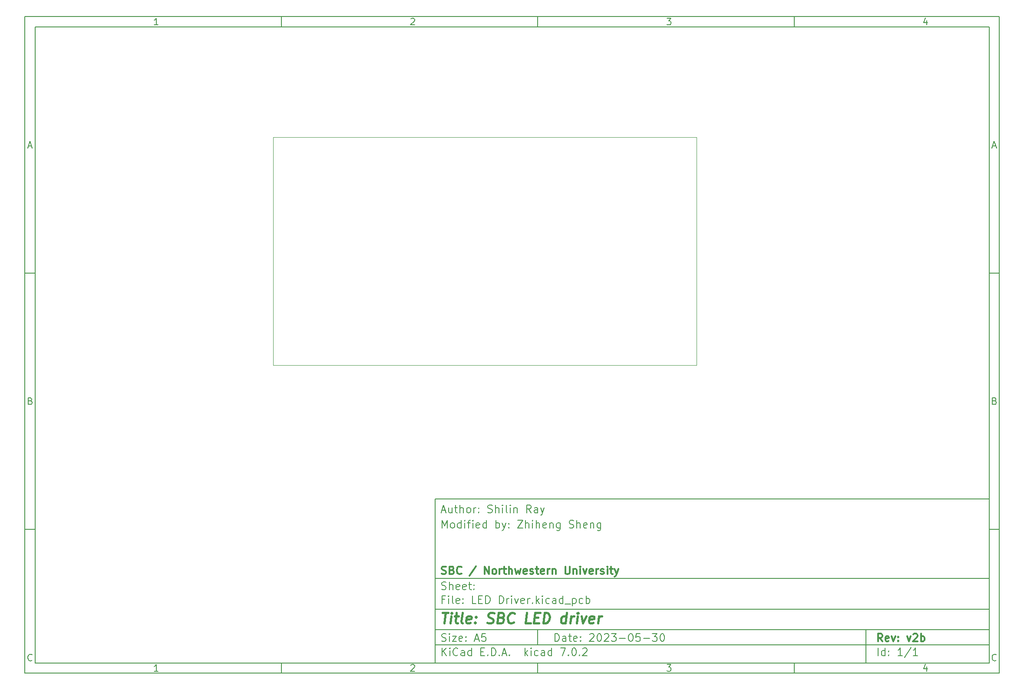
<source format=gm1>
%TF.GenerationSoftware,KiCad,Pcbnew,7.0.2*%
%TF.CreationDate,2023-05-31T10:27:28-05:00*%
%TF.ProjectId,LED Driver,4c454420-4472-4697-9665-722e6b696361,v2b*%
%TF.SameCoordinates,Original*%
%TF.FileFunction,Profile,NP*%
%FSLAX46Y46*%
G04 Gerber Fmt 4.6, Leading zero omitted, Abs format (unit mm)*
G04 Created by KiCad (PCBNEW 7.0.2) date 2023-05-31 10:27:28*
%MOMM*%
%LPD*%
G01*
G04 APERTURE LIST*
%ADD10C,0.100000*%
%ADD11C,0.150000*%
%ADD12C,0.300000*%
%ADD13C,0.400000*%
%TA.AperFunction,Profile*%
%ADD14C,0.050000*%
%TD*%
G04 APERTURE END LIST*
D10*
D11*
X90007200Y-104005800D02*
X198007200Y-104005800D01*
X198007200Y-136005800D01*
X90007200Y-136005800D01*
X90007200Y-104005800D01*
D10*
D11*
X10000000Y-10000000D02*
X200007200Y-10000000D01*
X200007200Y-138005800D01*
X10000000Y-138005800D01*
X10000000Y-10000000D01*
D10*
D11*
X12000000Y-12000000D02*
X198007200Y-12000000D01*
X198007200Y-136005800D01*
X12000000Y-136005800D01*
X12000000Y-12000000D01*
D10*
D11*
X60000000Y-12000000D02*
X60000000Y-10000000D01*
D10*
D11*
X110000000Y-12000000D02*
X110000000Y-10000000D01*
D10*
D11*
X160000000Y-12000000D02*
X160000000Y-10000000D01*
D10*
D11*
X35990476Y-11601404D02*
X35247619Y-11601404D01*
X35619047Y-11601404D02*
X35619047Y-10301404D01*
X35619047Y-10301404D02*
X35495238Y-10487119D01*
X35495238Y-10487119D02*
X35371428Y-10610928D01*
X35371428Y-10610928D02*
X35247619Y-10672833D01*
D10*
D11*
X85247619Y-10425214D02*
X85309523Y-10363309D01*
X85309523Y-10363309D02*
X85433333Y-10301404D01*
X85433333Y-10301404D02*
X85742857Y-10301404D01*
X85742857Y-10301404D02*
X85866666Y-10363309D01*
X85866666Y-10363309D02*
X85928571Y-10425214D01*
X85928571Y-10425214D02*
X85990476Y-10549023D01*
X85990476Y-10549023D02*
X85990476Y-10672833D01*
X85990476Y-10672833D02*
X85928571Y-10858547D01*
X85928571Y-10858547D02*
X85185714Y-11601404D01*
X85185714Y-11601404D02*
X85990476Y-11601404D01*
D10*
D11*
X135185714Y-10301404D02*
X135990476Y-10301404D01*
X135990476Y-10301404D02*
X135557142Y-10796642D01*
X135557142Y-10796642D02*
X135742857Y-10796642D01*
X135742857Y-10796642D02*
X135866666Y-10858547D01*
X135866666Y-10858547D02*
X135928571Y-10920452D01*
X135928571Y-10920452D02*
X135990476Y-11044261D01*
X135990476Y-11044261D02*
X135990476Y-11353785D01*
X135990476Y-11353785D02*
X135928571Y-11477595D01*
X135928571Y-11477595D02*
X135866666Y-11539500D01*
X135866666Y-11539500D02*
X135742857Y-11601404D01*
X135742857Y-11601404D02*
X135371428Y-11601404D01*
X135371428Y-11601404D02*
X135247619Y-11539500D01*
X135247619Y-11539500D02*
X135185714Y-11477595D01*
D10*
D11*
X185866666Y-10734738D02*
X185866666Y-11601404D01*
X185557142Y-10239500D02*
X185247619Y-11168071D01*
X185247619Y-11168071D02*
X186052380Y-11168071D01*
D10*
D11*
X60000000Y-136005800D02*
X60000000Y-138005800D01*
D10*
D11*
X110000000Y-136005800D02*
X110000000Y-138005800D01*
D10*
D11*
X160000000Y-136005800D02*
X160000000Y-138005800D01*
D10*
D11*
X35990476Y-137607204D02*
X35247619Y-137607204D01*
X35619047Y-137607204D02*
X35619047Y-136307204D01*
X35619047Y-136307204D02*
X35495238Y-136492919D01*
X35495238Y-136492919D02*
X35371428Y-136616728D01*
X35371428Y-136616728D02*
X35247619Y-136678633D01*
D10*
D11*
X85247619Y-136431014D02*
X85309523Y-136369109D01*
X85309523Y-136369109D02*
X85433333Y-136307204D01*
X85433333Y-136307204D02*
X85742857Y-136307204D01*
X85742857Y-136307204D02*
X85866666Y-136369109D01*
X85866666Y-136369109D02*
X85928571Y-136431014D01*
X85928571Y-136431014D02*
X85990476Y-136554823D01*
X85990476Y-136554823D02*
X85990476Y-136678633D01*
X85990476Y-136678633D02*
X85928571Y-136864347D01*
X85928571Y-136864347D02*
X85185714Y-137607204D01*
X85185714Y-137607204D02*
X85990476Y-137607204D01*
D10*
D11*
X135185714Y-136307204D02*
X135990476Y-136307204D01*
X135990476Y-136307204D02*
X135557142Y-136802442D01*
X135557142Y-136802442D02*
X135742857Y-136802442D01*
X135742857Y-136802442D02*
X135866666Y-136864347D01*
X135866666Y-136864347D02*
X135928571Y-136926252D01*
X135928571Y-136926252D02*
X135990476Y-137050061D01*
X135990476Y-137050061D02*
X135990476Y-137359585D01*
X135990476Y-137359585D02*
X135928571Y-137483395D01*
X135928571Y-137483395D02*
X135866666Y-137545300D01*
X135866666Y-137545300D02*
X135742857Y-137607204D01*
X135742857Y-137607204D02*
X135371428Y-137607204D01*
X135371428Y-137607204D02*
X135247619Y-137545300D01*
X135247619Y-137545300D02*
X135185714Y-137483395D01*
D10*
D11*
X185866666Y-136740538D02*
X185866666Y-137607204D01*
X185557142Y-136245300D02*
X185247619Y-137173871D01*
X185247619Y-137173871D02*
X186052380Y-137173871D01*
D10*
D11*
X10000000Y-60000000D02*
X12000000Y-60000000D01*
D10*
D11*
X10000000Y-110000000D02*
X12000000Y-110000000D01*
D10*
D11*
X10690476Y-35229976D02*
X11309523Y-35229976D01*
X10566666Y-35601404D02*
X10999999Y-34301404D01*
X10999999Y-34301404D02*
X11433333Y-35601404D01*
D10*
D11*
X11092857Y-84920452D02*
X11278571Y-84982357D01*
X11278571Y-84982357D02*
X11340476Y-85044261D01*
X11340476Y-85044261D02*
X11402380Y-85168071D01*
X11402380Y-85168071D02*
X11402380Y-85353785D01*
X11402380Y-85353785D02*
X11340476Y-85477595D01*
X11340476Y-85477595D02*
X11278571Y-85539500D01*
X11278571Y-85539500D02*
X11154761Y-85601404D01*
X11154761Y-85601404D02*
X10659523Y-85601404D01*
X10659523Y-85601404D02*
X10659523Y-84301404D01*
X10659523Y-84301404D02*
X11092857Y-84301404D01*
X11092857Y-84301404D02*
X11216666Y-84363309D01*
X11216666Y-84363309D02*
X11278571Y-84425214D01*
X11278571Y-84425214D02*
X11340476Y-84549023D01*
X11340476Y-84549023D02*
X11340476Y-84672833D01*
X11340476Y-84672833D02*
X11278571Y-84796642D01*
X11278571Y-84796642D02*
X11216666Y-84858547D01*
X11216666Y-84858547D02*
X11092857Y-84920452D01*
X11092857Y-84920452D02*
X10659523Y-84920452D01*
D10*
D11*
X11402380Y-135477595D02*
X11340476Y-135539500D01*
X11340476Y-135539500D02*
X11154761Y-135601404D01*
X11154761Y-135601404D02*
X11030952Y-135601404D01*
X11030952Y-135601404D02*
X10845238Y-135539500D01*
X10845238Y-135539500D02*
X10721428Y-135415690D01*
X10721428Y-135415690D02*
X10659523Y-135291880D01*
X10659523Y-135291880D02*
X10597619Y-135044261D01*
X10597619Y-135044261D02*
X10597619Y-134858547D01*
X10597619Y-134858547D02*
X10659523Y-134610928D01*
X10659523Y-134610928D02*
X10721428Y-134487119D01*
X10721428Y-134487119D02*
X10845238Y-134363309D01*
X10845238Y-134363309D02*
X11030952Y-134301404D01*
X11030952Y-134301404D02*
X11154761Y-134301404D01*
X11154761Y-134301404D02*
X11340476Y-134363309D01*
X11340476Y-134363309D02*
X11402380Y-134425214D01*
D10*
D11*
X200007200Y-60000000D02*
X198007200Y-60000000D01*
D10*
D11*
X200007200Y-110000000D02*
X198007200Y-110000000D01*
D10*
D11*
X198697676Y-35229976D02*
X199316723Y-35229976D01*
X198573866Y-35601404D02*
X199007199Y-34301404D01*
X199007199Y-34301404D02*
X199440533Y-35601404D01*
D10*
D11*
X199100057Y-84920452D02*
X199285771Y-84982357D01*
X199285771Y-84982357D02*
X199347676Y-85044261D01*
X199347676Y-85044261D02*
X199409580Y-85168071D01*
X199409580Y-85168071D02*
X199409580Y-85353785D01*
X199409580Y-85353785D02*
X199347676Y-85477595D01*
X199347676Y-85477595D02*
X199285771Y-85539500D01*
X199285771Y-85539500D02*
X199161961Y-85601404D01*
X199161961Y-85601404D02*
X198666723Y-85601404D01*
X198666723Y-85601404D02*
X198666723Y-84301404D01*
X198666723Y-84301404D02*
X199100057Y-84301404D01*
X199100057Y-84301404D02*
X199223866Y-84363309D01*
X199223866Y-84363309D02*
X199285771Y-84425214D01*
X199285771Y-84425214D02*
X199347676Y-84549023D01*
X199347676Y-84549023D02*
X199347676Y-84672833D01*
X199347676Y-84672833D02*
X199285771Y-84796642D01*
X199285771Y-84796642D02*
X199223866Y-84858547D01*
X199223866Y-84858547D02*
X199100057Y-84920452D01*
X199100057Y-84920452D02*
X198666723Y-84920452D01*
D10*
D11*
X199409580Y-135477595D02*
X199347676Y-135539500D01*
X199347676Y-135539500D02*
X199161961Y-135601404D01*
X199161961Y-135601404D02*
X199038152Y-135601404D01*
X199038152Y-135601404D02*
X198852438Y-135539500D01*
X198852438Y-135539500D02*
X198728628Y-135415690D01*
X198728628Y-135415690D02*
X198666723Y-135291880D01*
X198666723Y-135291880D02*
X198604819Y-135044261D01*
X198604819Y-135044261D02*
X198604819Y-134858547D01*
X198604819Y-134858547D02*
X198666723Y-134610928D01*
X198666723Y-134610928D02*
X198728628Y-134487119D01*
X198728628Y-134487119D02*
X198852438Y-134363309D01*
X198852438Y-134363309D02*
X199038152Y-134301404D01*
X199038152Y-134301404D02*
X199161961Y-134301404D01*
X199161961Y-134301404D02*
X199347676Y-134363309D01*
X199347676Y-134363309D02*
X199409580Y-134425214D01*
D10*
D11*
X113364342Y-131799728D02*
X113364342Y-130299728D01*
X113364342Y-130299728D02*
X113721485Y-130299728D01*
X113721485Y-130299728D02*
X113935771Y-130371157D01*
X113935771Y-130371157D02*
X114078628Y-130514014D01*
X114078628Y-130514014D02*
X114150057Y-130656871D01*
X114150057Y-130656871D02*
X114221485Y-130942585D01*
X114221485Y-130942585D02*
X114221485Y-131156871D01*
X114221485Y-131156871D02*
X114150057Y-131442585D01*
X114150057Y-131442585D02*
X114078628Y-131585442D01*
X114078628Y-131585442D02*
X113935771Y-131728300D01*
X113935771Y-131728300D02*
X113721485Y-131799728D01*
X113721485Y-131799728D02*
X113364342Y-131799728D01*
X115507200Y-131799728D02*
X115507200Y-131014014D01*
X115507200Y-131014014D02*
X115435771Y-130871157D01*
X115435771Y-130871157D02*
X115292914Y-130799728D01*
X115292914Y-130799728D02*
X115007200Y-130799728D01*
X115007200Y-130799728D02*
X114864342Y-130871157D01*
X115507200Y-131728300D02*
X115364342Y-131799728D01*
X115364342Y-131799728D02*
X115007200Y-131799728D01*
X115007200Y-131799728D02*
X114864342Y-131728300D01*
X114864342Y-131728300D02*
X114792914Y-131585442D01*
X114792914Y-131585442D02*
X114792914Y-131442585D01*
X114792914Y-131442585D02*
X114864342Y-131299728D01*
X114864342Y-131299728D02*
X115007200Y-131228300D01*
X115007200Y-131228300D02*
X115364342Y-131228300D01*
X115364342Y-131228300D02*
X115507200Y-131156871D01*
X116007200Y-130799728D02*
X116578628Y-130799728D01*
X116221485Y-130299728D02*
X116221485Y-131585442D01*
X116221485Y-131585442D02*
X116292914Y-131728300D01*
X116292914Y-131728300D02*
X116435771Y-131799728D01*
X116435771Y-131799728D02*
X116578628Y-131799728D01*
X117650057Y-131728300D02*
X117507200Y-131799728D01*
X117507200Y-131799728D02*
X117221486Y-131799728D01*
X117221486Y-131799728D02*
X117078628Y-131728300D01*
X117078628Y-131728300D02*
X117007200Y-131585442D01*
X117007200Y-131585442D02*
X117007200Y-131014014D01*
X117007200Y-131014014D02*
X117078628Y-130871157D01*
X117078628Y-130871157D02*
X117221486Y-130799728D01*
X117221486Y-130799728D02*
X117507200Y-130799728D01*
X117507200Y-130799728D02*
X117650057Y-130871157D01*
X117650057Y-130871157D02*
X117721486Y-131014014D01*
X117721486Y-131014014D02*
X117721486Y-131156871D01*
X117721486Y-131156871D02*
X117007200Y-131299728D01*
X118364342Y-131656871D02*
X118435771Y-131728300D01*
X118435771Y-131728300D02*
X118364342Y-131799728D01*
X118364342Y-131799728D02*
X118292914Y-131728300D01*
X118292914Y-131728300D02*
X118364342Y-131656871D01*
X118364342Y-131656871D02*
X118364342Y-131799728D01*
X118364342Y-130871157D02*
X118435771Y-130942585D01*
X118435771Y-130942585D02*
X118364342Y-131014014D01*
X118364342Y-131014014D02*
X118292914Y-130942585D01*
X118292914Y-130942585D02*
X118364342Y-130871157D01*
X118364342Y-130871157D02*
X118364342Y-131014014D01*
X120150057Y-130442585D02*
X120221485Y-130371157D01*
X120221485Y-130371157D02*
X120364343Y-130299728D01*
X120364343Y-130299728D02*
X120721485Y-130299728D01*
X120721485Y-130299728D02*
X120864343Y-130371157D01*
X120864343Y-130371157D02*
X120935771Y-130442585D01*
X120935771Y-130442585D02*
X121007200Y-130585442D01*
X121007200Y-130585442D02*
X121007200Y-130728300D01*
X121007200Y-130728300D02*
X120935771Y-130942585D01*
X120935771Y-130942585D02*
X120078628Y-131799728D01*
X120078628Y-131799728D02*
X121007200Y-131799728D01*
X121935771Y-130299728D02*
X122078628Y-130299728D01*
X122078628Y-130299728D02*
X122221485Y-130371157D01*
X122221485Y-130371157D02*
X122292914Y-130442585D01*
X122292914Y-130442585D02*
X122364342Y-130585442D01*
X122364342Y-130585442D02*
X122435771Y-130871157D01*
X122435771Y-130871157D02*
X122435771Y-131228300D01*
X122435771Y-131228300D02*
X122364342Y-131514014D01*
X122364342Y-131514014D02*
X122292914Y-131656871D01*
X122292914Y-131656871D02*
X122221485Y-131728300D01*
X122221485Y-131728300D02*
X122078628Y-131799728D01*
X122078628Y-131799728D02*
X121935771Y-131799728D01*
X121935771Y-131799728D02*
X121792914Y-131728300D01*
X121792914Y-131728300D02*
X121721485Y-131656871D01*
X121721485Y-131656871D02*
X121650056Y-131514014D01*
X121650056Y-131514014D02*
X121578628Y-131228300D01*
X121578628Y-131228300D02*
X121578628Y-130871157D01*
X121578628Y-130871157D02*
X121650056Y-130585442D01*
X121650056Y-130585442D02*
X121721485Y-130442585D01*
X121721485Y-130442585D02*
X121792914Y-130371157D01*
X121792914Y-130371157D02*
X121935771Y-130299728D01*
X123007199Y-130442585D02*
X123078627Y-130371157D01*
X123078627Y-130371157D02*
X123221485Y-130299728D01*
X123221485Y-130299728D02*
X123578627Y-130299728D01*
X123578627Y-130299728D02*
X123721485Y-130371157D01*
X123721485Y-130371157D02*
X123792913Y-130442585D01*
X123792913Y-130442585D02*
X123864342Y-130585442D01*
X123864342Y-130585442D02*
X123864342Y-130728300D01*
X123864342Y-130728300D02*
X123792913Y-130942585D01*
X123792913Y-130942585D02*
X122935770Y-131799728D01*
X122935770Y-131799728D02*
X123864342Y-131799728D01*
X124364341Y-130299728D02*
X125292913Y-130299728D01*
X125292913Y-130299728D02*
X124792913Y-130871157D01*
X124792913Y-130871157D02*
X125007198Y-130871157D01*
X125007198Y-130871157D02*
X125150056Y-130942585D01*
X125150056Y-130942585D02*
X125221484Y-131014014D01*
X125221484Y-131014014D02*
X125292913Y-131156871D01*
X125292913Y-131156871D02*
X125292913Y-131514014D01*
X125292913Y-131514014D02*
X125221484Y-131656871D01*
X125221484Y-131656871D02*
X125150056Y-131728300D01*
X125150056Y-131728300D02*
X125007198Y-131799728D01*
X125007198Y-131799728D02*
X124578627Y-131799728D01*
X124578627Y-131799728D02*
X124435770Y-131728300D01*
X124435770Y-131728300D02*
X124364341Y-131656871D01*
X125935769Y-131228300D02*
X127078627Y-131228300D01*
X128078627Y-130299728D02*
X128221484Y-130299728D01*
X128221484Y-130299728D02*
X128364341Y-130371157D01*
X128364341Y-130371157D02*
X128435770Y-130442585D01*
X128435770Y-130442585D02*
X128507198Y-130585442D01*
X128507198Y-130585442D02*
X128578627Y-130871157D01*
X128578627Y-130871157D02*
X128578627Y-131228300D01*
X128578627Y-131228300D02*
X128507198Y-131514014D01*
X128507198Y-131514014D02*
X128435770Y-131656871D01*
X128435770Y-131656871D02*
X128364341Y-131728300D01*
X128364341Y-131728300D02*
X128221484Y-131799728D01*
X128221484Y-131799728D02*
X128078627Y-131799728D01*
X128078627Y-131799728D02*
X127935770Y-131728300D01*
X127935770Y-131728300D02*
X127864341Y-131656871D01*
X127864341Y-131656871D02*
X127792912Y-131514014D01*
X127792912Y-131514014D02*
X127721484Y-131228300D01*
X127721484Y-131228300D02*
X127721484Y-130871157D01*
X127721484Y-130871157D02*
X127792912Y-130585442D01*
X127792912Y-130585442D02*
X127864341Y-130442585D01*
X127864341Y-130442585D02*
X127935770Y-130371157D01*
X127935770Y-130371157D02*
X128078627Y-130299728D01*
X129935769Y-130299728D02*
X129221483Y-130299728D01*
X129221483Y-130299728D02*
X129150055Y-131014014D01*
X129150055Y-131014014D02*
X129221483Y-130942585D01*
X129221483Y-130942585D02*
X129364341Y-130871157D01*
X129364341Y-130871157D02*
X129721483Y-130871157D01*
X129721483Y-130871157D02*
X129864341Y-130942585D01*
X129864341Y-130942585D02*
X129935769Y-131014014D01*
X129935769Y-131014014D02*
X130007198Y-131156871D01*
X130007198Y-131156871D02*
X130007198Y-131514014D01*
X130007198Y-131514014D02*
X129935769Y-131656871D01*
X129935769Y-131656871D02*
X129864341Y-131728300D01*
X129864341Y-131728300D02*
X129721483Y-131799728D01*
X129721483Y-131799728D02*
X129364341Y-131799728D01*
X129364341Y-131799728D02*
X129221483Y-131728300D01*
X129221483Y-131728300D02*
X129150055Y-131656871D01*
X130650054Y-131228300D02*
X131792912Y-131228300D01*
X132364340Y-130299728D02*
X133292912Y-130299728D01*
X133292912Y-130299728D02*
X132792912Y-130871157D01*
X132792912Y-130871157D02*
X133007197Y-130871157D01*
X133007197Y-130871157D02*
X133150055Y-130942585D01*
X133150055Y-130942585D02*
X133221483Y-131014014D01*
X133221483Y-131014014D02*
X133292912Y-131156871D01*
X133292912Y-131156871D02*
X133292912Y-131514014D01*
X133292912Y-131514014D02*
X133221483Y-131656871D01*
X133221483Y-131656871D02*
X133150055Y-131728300D01*
X133150055Y-131728300D02*
X133007197Y-131799728D01*
X133007197Y-131799728D02*
X132578626Y-131799728D01*
X132578626Y-131799728D02*
X132435769Y-131728300D01*
X132435769Y-131728300D02*
X132364340Y-131656871D01*
X134221483Y-130299728D02*
X134364340Y-130299728D01*
X134364340Y-130299728D02*
X134507197Y-130371157D01*
X134507197Y-130371157D02*
X134578626Y-130442585D01*
X134578626Y-130442585D02*
X134650054Y-130585442D01*
X134650054Y-130585442D02*
X134721483Y-130871157D01*
X134721483Y-130871157D02*
X134721483Y-131228300D01*
X134721483Y-131228300D02*
X134650054Y-131514014D01*
X134650054Y-131514014D02*
X134578626Y-131656871D01*
X134578626Y-131656871D02*
X134507197Y-131728300D01*
X134507197Y-131728300D02*
X134364340Y-131799728D01*
X134364340Y-131799728D02*
X134221483Y-131799728D01*
X134221483Y-131799728D02*
X134078626Y-131728300D01*
X134078626Y-131728300D02*
X134007197Y-131656871D01*
X134007197Y-131656871D02*
X133935768Y-131514014D01*
X133935768Y-131514014D02*
X133864340Y-131228300D01*
X133864340Y-131228300D02*
X133864340Y-130871157D01*
X133864340Y-130871157D02*
X133935768Y-130585442D01*
X133935768Y-130585442D02*
X134007197Y-130442585D01*
X134007197Y-130442585D02*
X134078626Y-130371157D01*
X134078626Y-130371157D02*
X134221483Y-130299728D01*
D10*
D11*
X90007200Y-132505800D02*
X198007200Y-132505800D01*
D10*
D11*
X91364342Y-134599728D02*
X91364342Y-133099728D01*
X92221485Y-134599728D02*
X91578628Y-133742585D01*
X92221485Y-133099728D02*
X91364342Y-133956871D01*
X92864342Y-134599728D02*
X92864342Y-133599728D01*
X92864342Y-133099728D02*
X92792914Y-133171157D01*
X92792914Y-133171157D02*
X92864342Y-133242585D01*
X92864342Y-133242585D02*
X92935771Y-133171157D01*
X92935771Y-133171157D02*
X92864342Y-133099728D01*
X92864342Y-133099728D02*
X92864342Y-133242585D01*
X94435771Y-134456871D02*
X94364343Y-134528300D01*
X94364343Y-134528300D02*
X94150057Y-134599728D01*
X94150057Y-134599728D02*
X94007200Y-134599728D01*
X94007200Y-134599728D02*
X93792914Y-134528300D01*
X93792914Y-134528300D02*
X93650057Y-134385442D01*
X93650057Y-134385442D02*
X93578628Y-134242585D01*
X93578628Y-134242585D02*
X93507200Y-133956871D01*
X93507200Y-133956871D02*
X93507200Y-133742585D01*
X93507200Y-133742585D02*
X93578628Y-133456871D01*
X93578628Y-133456871D02*
X93650057Y-133314014D01*
X93650057Y-133314014D02*
X93792914Y-133171157D01*
X93792914Y-133171157D02*
X94007200Y-133099728D01*
X94007200Y-133099728D02*
X94150057Y-133099728D01*
X94150057Y-133099728D02*
X94364343Y-133171157D01*
X94364343Y-133171157D02*
X94435771Y-133242585D01*
X95721486Y-134599728D02*
X95721486Y-133814014D01*
X95721486Y-133814014D02*
X95650057Y-133671157D01*
X95650057Y-133671157D02*
X95507200Y-133599728D01*
X95507200Y-133599728D02*
X95221486Y-133599728D01*
X95221486Y-133599728D02*
X95078628Y-133671157D01*
X95721486Y-134528300D02*
X95578628Y-134599728D01*
X95578628Y-134599728D02*
X95221486Y-134599728D01*
X95221486Y-134599728D02*
X95078628Y-134528300D01*
X95078628Y-134528300D02*
X95007200Y-134385442D01*
X95007200Y-134385442D02*
X95007200Y-134242585D01*
X95007200Y-134242585D02*
X95078628Y-134099728D01*
X95078628Y-134099728D02*
X95221486Y-134028300D01*
X95221486Y-134028300D02*
X95578628Y-134028300D01*
X95578628Y-134028300D02*
X95721486Y-133956871D01*
X97078629Y-134599728D02*
X97078629Y-133099728D01*
X97078629Y-134528300D02*
X96935771Y-134599728D01*
X96935771Y-134599728D02*
X96650057Y-134599728D01*
X96650057Y-134599728D02*
X96507200Y-134528300D01*
X96507200Y-134528300D02*
X96435771Y-134456871D01*
X96435771Y-134456871D02*
X96364343Y-134314014D01*
X96364343Y-134314014D02*
X96364343Y-133885442D01*
X96364343Y-133885442D02*
X96435771Y-133742585D01*
X96435771Y-133742585D02*
X96507200Y-133671157D01*
X96507200Y-133671157D02*
X96650057Y-133599728D01*
X96650057Y-133599728D02*
X96935771Y-133599728D01*
X96935771Y-133599728D02*
X97078629Y-133671157D01*
X98935771Y-133814014D02*
X99435771Y-133814014D01*
X99650057Y-134599728D02*
X98935771Y-134599728D01*
X98935771Y-134599728D02*
X98935771Y-133099728D01*
X98935771Y-133099728D02*
X99650057Y-133099728D01*
X100292914Y-134456871D02*
X100364343Y-134528300D01*
X100364343Y-134528300D02*
X100292914Y-134599728D01*
X100292914Y-134599728D02*
X100221486Y-134528300D01*
X100221486Y-134528300D02*
X100292914Y-134456871D01*
X100292914Y-134456871D02*
X100292914Y-134599728D01*
X101007200Y-134599728D02*
X101007200Y-133099728D01*
X101007200Y-133099728D02*
X101364343Y-133099728D01*
X101364343Y-133099728D02*
X101578629Y-133171157D01*
X101578629Y-133171157D02*
X101721486Y-133314014D01*
X101721486Y-133314014D02*
X101792915Y-133456871D01*
X101792915Y-133456871D02*
X101864343Y-133742585D01*
X101864343Y-133742585D02*
X101864343Y-133956871D01*
X101864343Y-133956871D02*
X101792915Y-134242585D01*
X101792915Y-134242585D02*
X101721486Y-134385442D01*
X101721486Y-134385442D02*
X101578629Y-134528300D01*
X101578629Y-134528300D02*
X101364343Y-134599728D01*
X101364343Y-134599728D02*
X101007200Y-134599728D01*
X102507200Y-134456871D02*
X102578629Y-134528300D01*
X102578629Y-134528300D02*
X102507200Y-134599728D01*
X102507200Y-134599728D02*
X102435772Y-134528300D01*
X102435772Y-134528300D02*
X102507200Y-134456871D01*
X102507200Y-134456871D02*
X102507200Y-134599728D01*
X103150058Y-134171157D02*
X103864344Y-134171157D01*
X103007201Y-134599728D02*
X103507201Y-133099728D01*
X103507201Y-133099728D02*
X104007201Y-134599728D01*
X104507200Y-134456871D02*
X104578629Y-134528300D01*
X104578629Y-134528300D02*
X104507200Y-134599728D01*
X104507200Y-134599728D02*
X104435772Y-134528300D01*
X104435772Y-134528300D02*
X104507200Y-134456871D01*
X104507200Y-134456871D02*
X104507200Y-134599728D01*
X107507200Y-134599728D02*
X107507200Y-133099728D01*
X107650058Y-134028300D02*
X108078629Y-134599728D01*
X108078629Y-133599728D02*
X107507200Y-134171157D01*
X108721486Y-134599728D02*
X108721486Y-133599728D01*
X108721486Y-133099728D02*
X108650058Y-133171157D01*
X108650058Y-133171157D02*
X108721486Y-133242585D01*
X108721486Y-133242585D02*
X108792915Y-133171157D01*
X108792915Y-133171157D02*
X108721486Y-133099728D01*
X108721486Y-133099728D02*
X108721486Y-133242585D01*
X110078630Y-134528300D02*
X109935772Y-134599728D01*
X109935772Y-134599728D02*
X109650058Y-134599728D01*
X109650058Y-134599728D02*
X109507201Y-134528300D01*
X109507201Y-134528300D02*
X109435772Y-134456871D01*
X109435772Y-134456871D02*
X109364344Y-134314014D01*
X109364344Y-134314014D02*
X109364344Y-133885442D01*
X109364344Y-133885442D02*
X109435772Y-133742585D01*
X109435772Y-133742585D02*
X109507201Y-133671157D01*
X109507201Y-133671157D02*
X109650058Y-133599728D01*
X109650058Y-133599728D02*
X109935772Y-133599728D01*
X109935772Y-133599728D02*
X110078630Y-133671157D01*
X111364344Y-134599728D02*
X111364344Y-133814014D01*
X111364344Y-133814014D02*
X111292915Y-133671157D01*
X111292915Y-133671157D02*
X111150058Y-133599728D01*
X111150058Y-133599728D02*
X110864344Y-133599728D01*
X110864344Y-133599728D02*
X110721486Y-133671157D01*
X111364344Y-134528300D02*
X111221486Y-134599728D01*
X111221486Y-134599728D02*
X110864344Y-134599728D01*
X110864344Y-134599728D02*
X110721486Y-134528300D01*
X110721486Y-134528300D02*
X110650058Y-134385442D01*
X110650058Y-134385442D02*
X110650058Y-134242585D01*
X110650058Y-134242585D02*
X110721486Y-134099728D01*
X110721486Y-134099728D02*
X110864344Y-134028300D01*
X110864344Y-134028300D02*
X111221486Y-134028300D01*
X111221486Y-134028300D02*
X111364344Y-133956871D01*
X112721487Y-134599728D02*
X112721487Y-133099728D01*
X112721487Y-134528300D02*
X112578629Y-134599728D01*
X112578629Y-134599728D02*
X112292915Y-134599728D01*
X112292915Y-134599728D02*
X112150058Y-134528300D01*
X112150058Y-134528300D02*
X112078629Y-134456871D01*
X112078629Y-134456871D02*
X112007201Y-134314014D01*
X112007201Y-134314014D02*
X112007201Y-133885442D01*
X112007201Y-133885442D02*
X112078629Y-133742585D01*
X112078629Y-133742585D02*
X112150058Y-133671157D01*
X112150058Y-133671157D02*
X112292915Y-133599728D01*
X112292915Y-133599728D02*
X112578629Y-133599728D01*
X112578629Y-133599728D02*
X112721487Y-133671157D01*
X114435772Y-133099728D02*
X115435772Y-133099728D01*
X115435772Y-133099728D02*
X114792915Y-134599728D01*
X116007200Y-134456871D02*
X116078629Y-134528300D01*
X116078629Y-134528300D02*
X116007200Y-134599728D01*
X116007200Y-134599728D02*
X115935772Y-134528300D01*
X115935772Y-134528300D02*
X116007200Y-134456871D01*
X116007200Y-134456871D02*
X116007200Y-134599728D01*
X117007201Y-133099728D02*
X117150058Y-133099728D01*
X117150058Y-133099728D02*
X117292915Y-133171157D01*
X117292915Y-133171157D02*
X117364344Y-133242585D01*
X117364344Y-133242585D02*
X117435772Y-133385442D01*
X117435772Y-133385442D02*
X117507201Y-133671157D01*
X117507201Y-133671157D02*
X117507201Y-134028300D01*
X117507201Y-134028300D02*
X117435772Y-134314014D01*
X117435772Y-134314014D02*
X117364344Y-134456871D01*
X117364344Y-134456871D02*
X117292915Y-134528300D01*
X117292915Y-134528300D02*
X117150058Y-134599728D01*
X117150058Y-134599728D02*
X117007201Y-134599728D01*
X117007201Y-134599728D02*
X116864344Y-134528300D01*
X116864344Y-134528300D02*
X116792915Y-134456871D01*
X116792915Y-134456871D02*
X116721486Y-134314014D01*
X116721486Y-134314014D02*
X116650058Y-134028300D01*
X116650058Y-134028300D02*
X116650058Y-133671157D01*
X116650058Y-133671157D02*
X116721486Y-133385442D01*
X116721486Y-133385442D02*
X116792915Y-133242585D01*
X116792915Y-133242585D02*
X116864344Y-133171157D01*
X116864344Y-133171157D02*
X117007201Y-133099728D01*
X118150057Y-134456871D02*
X118221486Y-134528300D01*
X118221486Y-134528300D02*
X118150057Y-134599728D01*
X118150057Y-134599728D02*
X118078629Y-134528300D01*
X118078629Y-134528300D02*
X118150057Y-134456871D01*
X118150057Y-134456871D02*
X118150057Y-134599728D01*
X118792915Y-133242585D02*
X118864343Y-133171157D01*
X118864343Y-133171157D02*
X119007201Y-133099728D01*
X119007201Y-133099728D02*
X119364343Y-133099728D01*
X119364343Y-133099728D02*
X119507201Y-133171157D01*
X119507201Y-133171157D02*
X119578629Y-133242585D01*
X119578629Y-133242585D02*
X119650058Y-133385442D01*
X119650058Y-133385442D02*
X119650058Y-133528300D01*
X119650058Y-133528300D02*
X119578629Y-133742585D01*
X119578629Y-133742585D02*
X118721486Y-134599728D01*
X118721486Y-134599728D02*
X119650058Y-134599728D01*
D10*
D11*
X90007200Y-129505800D02*
X198007200Y-129505800D01*
D10*
D12*
X177221485Y-131799728D02*
X176721485Y-131085442D01*
X176364342Y-131799728D02*
X176364342Y-130299728D01*
X176364342Y-130299728D02*
X176935771Y-130299728D01*
X176935771Y-130299728D02*
X177078628Y-130371157D01*
X177078628Y-130371157D02*
X177150057Y-130442585D01*
X177150057Y-130442585D02*
X177221485Y-130585442D01*
X177221485Y-130585442D02*
X177221485Y-130799728D01*
X177221485Y-130799728D02*
X177150057Y-130942585D01*
X177150057Y-130942585D02*
X177078628Y-131014014D01*
X177078628Y-131014014D02*
X176935771Y-131085442D01*
X176935771Y-131085442D02*
X176364342Y-131085442D01*
X178435771Y-131728300D02*
X178292914Y-131799728D01*
X178292914Y-131799728D02*
X178007200Y-131799728D01*
X178007200Y-131799728D02*
X177864342Y-131728300D01*
X177864342Y-131728300D02*
X177792914Y-131585442D01*
X177792914Y-131585442D02*
X177792914Y-131014014D01*
X177792914Y-131014014D02*
X177864342Y-130871157D01*
X177864342Y-130871157D02*
X178007200Y-130799728D01*
X178007200Y-130799728D02*
X178292914Y-130799728D01*
X178292914Y-130799728D02*
X178435771Y-130871157D01*
X178435771Y-130871157D02*
X178507200Y-131014014D01*
X178507200Y-131014014D02*
X178507200Y-131156871D01*
X178507200Y-131156871D02*
X177792914Y-131299728D01*
X179007199Y-130799728D02*
X179364342Y-131799728D01*
X179364342Y-131799728D02*
X179721485Y-130799728D01*
X180292913Y-131656871D02*
X180364342Y-131728300D01*
X180364342Y-131728300D02*
X180292913Y-131799728D01*
X180292913Y-131799728D02*
X180221485Y-131728300D01*
X180221485Y-131728300D02*
X180292913Y-131656871D01*
X180292913Y-131656871D02*
X180292913Y-131799728D01*
X180292913Y-130871157D02*
X180364342Y-130942585D01*
X180364342Y-130942585D02*
X180292913Y-131014014D01*
X180292913Y-131014014D02*
X180221485Y-130942585D01*
X180221485Y-130942585D02*
X180292913Y-130871157D01*
X180292913Y-130871157D02*
X180292913Y-131014014D01*
X182007199Y-130799728D02*
X182364342Y-131799728D01*
X182364342Y-131799728D02*
X182721485Y-130799728D01*
X183221485Y-130442585D02*
X183292913Y-130371157D01*
X183292913Y-130371157D02*
X183435771Y-130299728D01*
X183435771Y-130299728D02*
X183792913Y-130299728D01*
X183792913Y-130299728D02*
X183935771Y-130371157D01*
X183935771Y-130371157D02*
X184007199Y-130442585D01*
X184007199Y-130442585D02*
X184078628Y-130585442D01*
X184078628Y-130585442D02*
X184078628Y-130728300D01*
X184078628Y-130728300D02*
X184007199Y-130942585D01*
X184007199Y-130942585D02*
X183150056Y-131799728D01*
X183150056Y-131799728D02*
X184078628Y-131799728D01*
X184721484Y-131799728D02*
X184721484Y-130299728D01*
X184721484Y-130871157D02*
X184864342Y-130799728D01*
X184864342Y-130799728D02*
X185150056Y-130799728D01*
X185150056Y-130799728D02*
X185292913Y-130871157D01*
X185292913Y-130871157D02*
X185364342Y-130942585D01*
X185364342Y-130942585D02*
X185435770Y-131085442D01*
X185435770Y-131085442D02*
X185435770Y-131514014D01*
X185435770Y-131514014D02*
X185364342Y-131656871D01*
X185364342Y-131656871D02*
X185292913Y-131728300D01*
X185292913Y-131728300D02*
X185150056Y-131799728D01*
X185150056Y-131799728D02*
X184864342Y-131799728D01*
X184864342Y-131799728D02*
X184721484Y-131728300D01*
D10*
D11*
X91292914Y-131728300D02*
X91507200Y-131799728D01*
X91507200Y-131799728D02*
X91864342Y-131799728D01*
X91864342Y-131799728D02*
X92007200Y-131728300D01*
X92007200Y-131728300D02*
X92078628Y-131656871D01*
X92078628Y-131656871D02*
X92150057Y-131514014D01*
X92150057Y-131514014D02*
X92150057Y-131371157D01*
X92150057Y-131371157D02*
X92078628Y-131228300D01*
X92078628Y-131228300D02*
X92007200Y-131156871D01*
X92007200Y-131156871D02*
X91864342Y-131085442D01*
X91864342Y-131085442D02*
X91578628Y-131014014D01*
X91578628Y-131014014D02*
X91435771Y-130942585D01*
X91435771Y-130942585D02*
X91364342Y-130871157D01*
X91364342Y-130871157D02*
X91292914Y-130728300D01*
X91292914Y-130728300D02*
X91292914Y-130585442D01*
X91292914Y-130585442D02*
X91364342Y-130442585D01*
X91364342Y-130442585D02*
X91435771Y-130371157D01*
X91435771Y-130371157D02*
X91578628Y-130299728D01*
X91578628Y-130299728D02*
X91935771Y-130299728D01*
X91935771Y-130299728D02*
X92150057Y-130371157D01*
X92792913Y-131799728D02*
X92792913Y-130799728D01*
X92792913Y-130299728D02*
X92721485Y-130371157D01*
X92721485Y-130371157D02*
X92792913Y-130442585D01*
X92792913Y-130442585D02*
X92864342Y-130371157D01*
X92864342Y-130371157D02*
X92792913Y-130299728D01*
X92792913Y-130299728D02*
X92792913Y-130442585D01*
X93364342Y-130799728D02*
X94150057Y-130799728D01*
X94150057Y-130799728D02*
X93364342Y-131799728D01*
X93364342Y-131799728D02*
X94150057Y-131799728D01*
X95292914Y-131728300D02*
X95150057Y-131799728D01*
X95150057Y-131799728D02*
X94864343Y-131799728D01*
X94864343Y-131799728D02*
X94721485Y-131728300D01*
X94721485Y-131728300D02*
X94650057Y-131585442D01*
X94650057Y-131585442D02*
X94650057Y-131014014D01*
X94650057Y-131014014D02*
X94721485Y-130871157D01*
X94721485Y-130871157D02*
X94864343Y-130799728D01*
X94864343Y-130799728D02*
X95150057Y-130799728D01*
X95150057Y-130799728D02*
X95292914Y-130871157D01*
X95292914Y-130871157D02*
X95364343Y-131014014D01*
X95364343Y-131014014D02*
X95364343Y-131156871D01*
X95364343Y-131156871D02*
X94650057Y-131299728D01*
X96007199Y-131656871D02*
X96078628Y-131728300D01*
X96078628Y-131728300D02*
X96007199Y-131799728D01*
X96007199Y-131799728D02*
X95935771Y-131728300D01*
X95935771Y-131728300D02*
X96007199Y-131656871D01*
X96007199Y-131656871D02*
X96007199Y-131799728D01*
X96007199Y-130871157D02*
X96078628Y-130942585D01*
X96078628Y-130942585D02*
X96007199Y-131014014D01*
X96007199Y-131014014D02*
X95935771Y-130942585D01*
X95935771Y-130942585D02*
X96007199Y-130871157D01*
X96007199Y-130871157D02*
X96007199Y-131014014D01*
X97792914Y-131371157D02*
X98507200Y-131371157D01*
X97650057Y-131799728D02*
X98150057Y-130299728D01*
X98150057Y-130299728D02*
X98650057Y-131799728D01*
X99864342Y-130299728D02*
X99150056Y-130299728D01*
X99150056Y-130299728D02*
X99078628Y-131014014D01*
X99078628Y-131014014D02*
X99150056Y-130942585D01*
X99150056Y-130942585D02*
X99292914Y-130871157D01*
X99292914Y-130871157D02*
X99650056Y-130871157D01*
X99650056Y-130871157D02*
X99792914Y-130942585D01*
X99792914Y-130942585D02*
X99864342Y-131014014D01*
X99864342Y-131014014D02*
X99935771Y-131156871D01*
X99935771Y-131156871D02*
X99935771Y-131514014D01*
X99935771Y-131514014D02*
X99864342Y-131656871D01*
X99864342Y-131656871D02*
X99792914Y-131728300D01*
X99792914Y-131728300D02*
X99650056Y-131799728D01*
X99650056Y-131799728D02*
X99292914Y-131799728D01*
X99292914Y-131799728D02*
X99150056Y-131728300D01*
X99150056Y-131728300D02*
X99078628Y-131656871D01*
D10*
D11*
X176364342Y-134599728D02*
X176364342Y-133099728D01*
X177721486Y-134599728D02*
X177721486Y-133099728D01*
X177721486Y-134528300D02*
X177578628Y-134599728D01*
X177578628Y-134599728D02*
X177292914Y-134599728D01*
X177292914Y-134599728D02*
X177150057Y-134528300D01*
X177150057Y-134528300D02*
X177078628Y-134456871D01*
X177078628Y-134456871D02*
X177007200Y-134314014D01*
X177007200Y-134314014D02*
X177007200Y-133885442D01*
X177007200Y-133885442D02*
X177078628Y-133742585D01*
X177078628Y-133742585D02*
X177150057Y-133671157D01*
X177150057Y-133671157D02*
X177292914Y-133599728D01*
X177292914Y-133599728D02*
X177578628Y-133599728D01*
X177578628Y-133599728D02*
X177721486Y-133671157D01*
X178435771Y-134456871D02*
X178507200Y-134528300D01*
X178507200Y-134528300D02*
X178435771Y-134599728D01*
X178435771Y-134599728D02*
X178364343Y-134528300D01*
X178364343Y-134528300D02*
X178435771Y-134456871D01*
X178435771Y-134456871D02*
X178435771Y-134599728D01*
X178435771Y-133671157D02*
X178507200Y-133742585D01*
X178507200Y-133742585D02*
X178435771Y-133814014D01*
X178435771Y-133814014D02*
X178364343Y-133742585D01*
X178364343Y-133742585D02*
X178435771Y-133671157D01*
X178435771Y-133671157D02*
X178435771Y-133814014D01*
X181078629Y-134599728D02*
X180221486Y-134599728D01*
X180650057Y-134599728D02*
X180650057Y-133099728D01*
X180650057Y-133099728D02*
X180507200Y-133314014D01*
X180507200Y-133314014D02*
X180364343Y-133456871D01*
X180364343Y-133456871D02*
X180221486Y-133528300D01*
X182792914Y-133028300D02*
X181507200Y-134956871D01*
X184078629Y-134599728D02*
X183221486Y-134599728D01*
X183650057Y-134599728D02*
X183650057Y-133099728D01*
X183650057Y-133099728D02*
X183507200Y-133314014D01*
X183507200Y-133314014D02*
X183364343Y-133456871D01*
X183364343Y-133456871D02*
X183221486Y-133528300D01*
D10*
D11*
X90007200Y-125505800D02*
X198007200Y-125505800D01*
D10*
D13*
X91435771Y-126231038D02*
X92578628Y-126231038D01*
X91757200Y-128231038D02*
X92007200Y-126231038D01*
X92983390Y-128231038D02*
X93150057Y-126897704D01*
X93233390Y-126231038D02*
X93126247Y-126326276D01*
X93126247Y-126326276D02*
X93209581Y-126421514D01*
X93209581Y-126421514D02*
X93316724Y-126326276D01*
X93316724Y-126326276D02*
X93233390Y-126231038D01*
X93233390Y-126231038D02*
X93209581Y-126421514D01*
X93804819Y-126897704D02*
X94566723Y-126897704D01*
X94173866Y-126231038D02*
X93959581Y-127945323D01*
X93959581Y-127945323D02*
X94031009Y-128135800D01*
X94031009Y-128135800D02*
X94209581Y-128231038D01*
X94209581Y-128231038D02*
X94400057Y-128231038D01*
X95340533Y-128231038D02*
X95161961Y-128135800D01*
X95161961Y-128135800D02*
X95090533Y-127945323D01*
X95090533Y-127945323D02*
X95304818Y-126231038D01*
X96864342Y-128135800D02*
X96661961Y-128231038D01*
X96661961Y-128231038D02*
X96281008Y-128231038D01*
X96281008Y-128231038D02*
X96102437Y-128135800D01*
X96102437Y-128135800D02*
X96031008Y-127945323D01*
X96031008Y-127945323D02*
X96126247Y-127183419D01*
X96126247Y-127183419D02*
X96245294Y-126992942D01*
X96245294Y-126992942D02*
X96447675Y-126897704D01*
X96447675Y-126897704D02*
X96828627Y-126897704D01*
X96828627Y-126897704D02*
X97007199Y-126992942D01*
X97007199Y-126992942D02*
X97078627Y-127183419D01*
X97078627Y-127183419D02*
X97054818Y-127373895D01*
X97054818Y-127373895D02*
X96078627Y-127564371D01*
X97816723Y-128040561D02*
X97900056Y-128135800D01*
X97900056Y-128135800D02*
X97792913Y-128231038D01*
X97792913Y-128231038D02*
X97709580Y-128135800D01*
X97709580Y-128135800D02*
X97816723Y-128040561D01*
X97816723Y-128040561D02*
X97792913Y-128231038D01*
X97947675Y-126992942D02*
X98031008Y-127088180D01*
X98031008Y-127088180D02*
X97923866Y-127183419D01*
X97923866Y-127183419D02*
X97840532Y-127088180D01*
X97840532Y-127088180D02*
X97947675Y-126992942D01*
X97947675Y-126992942D02*
X97923866Y-127183419D01*
X100173866Y-128135800D02*
X100447675Y-128231038D01*
X100447675Y-128231038D02*
X100923866Y-128231038D01*
X100923866Y-128231038D02*
X101126247Y-128135800D01*
X101126247Y-128135800D02*
X101233390Y-128040561D01*
X101233390Y-128040561D02*
X101352437Y-127850085D01*
X101352437Y-127850085D02*
X101376247Y-127659609D01*
X101376247Y-127659609D02*
X101304818Y-127469133D01*
X101304818Y-127469133D02*
X101221485Y-127373895D01*
X101221485Y-127373895D02*
X101042914Y-127278657D01*
X101042914Y-127278657D02*
X100673866Y-127183419D01*
X100673866Y-127183419D02*
X100495294Y-127088180D01*
X100495294Y-127088180D02*
X100411961Y-126992942D01*
X100411961Y-126992942D02*
X100340533Y-126802466D01*
X100340533Y-126802466D02*
X100364342Y-126611990D01*
X100364342Y-126611990D02*
X100483390Y-126421514D01*
X100483390Y-126421514D02*
X100590533Y-126326276D01*
X100590533Y-126326276D02*
X100792914Y-126231038D01*
X100792914Y-126231038D02*
X101269104Y-126231038D01*
X101269104Y-126231038D02*
X101542914Y-126326276D01*
X102947675Y-127183419D02*
X103221485Y-127278657D01*
X103221485Y-127278657D02*
X103304818Y-127373895D01*
X103304818Y-127373895D02*
X103376247Y-127564371D01*
X103376247Y-127564371D02*
X103340532Y-127850085D01*
X103340532Y-127850085D02*
X103221485Y-128040561D01*
X103221485Y-128040561D02*
X103114342Y-128135800D01*
X103114342Y-128135800D02*
X102911961Y-128231038D01*
X102911961Y-128231038D02*
X102150056Y-128231038D01*
X102150056Y-128231038D02*
X102400056Y-126231038D01*
X102400056Y-126231038D02*
X103066723Y-126231038D01*
X103066723Y-126231038D02*
X103245294Y-126326276D01*
X103245294Y-126326276D02*
X103328628Y-126421514D01*
X103328628Y-126421514D02*
X103400056Y-126611990D01*
X103400056Y-126611990D02*
X103376247Y-126802466D01*
X103376247Y-126802466D02*
X103257199Y-126992942D01*
X103257199Y-126992942D02*
X103150056Y-127088180D01*
X103150056Y-127088180D02*
X102947675Y-127183419D01*
X102947675Y-127183419D02*
X102281009Y-127183419D01*
X105304818Y-128040561D02*
X105197675Y-128135800D01*
X105197675Y-128135800D02*
X104900056Y-128231038D01*
X104900056Y-128231038D02*
X104709580Y-128231038D01*
X104709580Y-128231038D02*
X104435770Y-128135800D01*
X104435770Y-128135800D02*
X104269104Y-127945323D01*
X104269104Y-127945323D02*
X104197675Y-127754847D01*
X104197675Y-127754847D02*
X104150056Y-127373895D01*
X104150056Y-127373895D02*
X104185770Y-127088180D01*
X104185770Y-127088180D02*
X104328627Y-126707228D01*
X104328627Y-126707228D02*
X104447675Y-126516752D01*
X104447675Y-126516752D02*
X104661961Y-126326276D01*
X104661961Y-126326276D02*
X104959580Y-126231038D01*
X104959580Y-126231038D02*
X105150056Y-126231038D01*
X105150056Y-126231038D02*
X105423866Y-126326276D01*
X105423866Y-126326276D02*
X105507199Y-126421514D01*
X108602437Y-128231038D02*
X107650056Y-128231038D01*
X107650056Y-128231038D02*
X107900056Y-126231038D01*
X109388152Y-127183419D02*
X110054818Y-127183419D01*
X110209580Y-128231038D02*
X109257199Y-128231038D01*
X109257199Y-128231038D02*
X109507199Y-126231038D01*
X109507199Y-126231038D02*
X110459580Y-126231038D01*
X111054818Y-128231038D02*
X111304818Y-126231038D01*
X111304818Y-126231038D02*
X111781009Y-126231038D01*
X111781009Y-126231038D02*
X112054818Y-126326276D01*
X112054818Y-126326276D02*
X112221485Y-126516752D01*
X112221485Y-126516752D02*
X112292913Y-126707228D01*
X112292913Y-126707228D02*
X112340533Y-127088180D01*
X112340533Y-127088180D02*
X112304818Y-127373895D01*
X112304818Y-127373895D02*
X112161961Y-127754847D01*
X112161961Y-127754847D02*
X112042913Y-127945323D01*
X112042913Y-127945323D02*
X111828628Y-128135800D01*
X111828628Y-128135800D02*
X111531009Y-128231038D01*
X111531009Y-128231038D02*
X111054818Y-128231038D01*
X115423866Y-128231038D02*
X115673866Y-126231038D01*
X115435771Y-128135800D02*
X115233390Y-128231038D01*
X115233390Y-128231038D02*
X114852438Y-128231038D01*
X114852438Y-128231038D02*
X114673866Y-128135800D01*
X114673866Y-128135800D02*
X114590533Y-128040561D01*
X114590533Y-128040561D02*
X114519104Y-127850085D01*
X114519104Y-127850085D02*
X114590533Y-127278657D01*
X114590533Y-127278657D02*
X114709580Y-127088180D01*
X114709580Y-127088180D02*
X114816723Y-126992942D01*
X114816723Y-126992942D02*
X115019104Y-126897704D01*
X115019104Y-126897704D02*
X115400057Y-126897704D01*
X115400057Y-126897704D02*
X115578628Y-126992942D01*
X116364342Y-128231038D02*
X116531009Y-126897704D01*
X116483390Y-127278657D02*
X116602437Y-127088180D01*
X116602437Y-127088180D02*
X116709580Y-126992942D01*
X116709580Y-126992942D02*
X116911961Y-126897704D01*
X116911961Y-126897704D02*
X117102437Y-126897704D01*
X117590532Y-128231038D02*
X117757199Y-126897704D01*
X117840532Y-126231038D02*
X117733389Y-126326276D01*
X117733389Y-126326276D02*
X117816723Y-126421514D01*
X117816723Y-126421514D02*
X117923866Y-126326276D01*
X117923866Y-126326276D02*
X117840532Y-126231038D01*
X117840532Y-126231038D02*
X117816723Y-126421514D01*
X118507199Y-126897704D02*
X118816723Y-128231038D01*
X118816723Y-128231038D02*
X119459580Y-126897704D01*
X120816723Y-128135800D02*
X120614342Y-128231038D01*
X120614342Y-128231038D02*
X120233389Y-128231038D01*
X120233389Y-128231038D02*
X120054818Y-128135800D01*
X120054818Y-128135800D02*
X119983389Y-127945323D01*
X119983389Y-127945323D02*
X120078628Y-127183419D01*
X120078628Y-127183419D02*
X120197675Y-126992942D01*
X120197675Y-126992942D02*
X120400056Y-126897704D01*
X120400056Y-126897704D02*
X120781008Y-126897704D01*
X120781008Y-126897704D02*
X120959580Y-126992942D01*
X120959580Y-126992942D02*
X121031008Y-127183419D01*
X121031008Y-127183419D02*
X121007199Y-127373895D01*
X121007199Y-127373895D02*
X120031008Y-127564371D01*
X121745294Y-128231038D02*
X121911961Y-126897704D01*
X121864342Y-127278657D02*
X121983389Y-127088180D01*
X121983389Y-127088180D02*
X122090532Y-126992942D01*
X122090532Y-126992942D02*
X122292913Y-126897704D01*
X122292913Y-126897704D02*
X122483389Y-126897704D01*
D10*
D11*
X91864342Y-123614014D02*
X91364342Y-123614014D01*
X91364342Y-124399728D02*
X91364342Y-122899728D01*
X91364342Y-122899728D02*
X92078628Y-122899728D01*
X92650056Y-124399728D02*
X92650056Y-123399728D01*
X92650056Y-122899728D02*
X92578628Y-122971157D01*
X92578628Y-122971157D02*
X92650056Y-123042585D01*
X92650056Y-123042585D02*
X92721485Y-122971157D01*
X92721485Y-122971157D02*
X92650056Y-122899728D01*
X92650056Y-122899728D02*
X92650056Y-123042585D01*
X93578628Y-124399728D02*
X93435771Y-124328300D01*
X93435771Y-124328300D02*
X93364342Y-124185442D01*
X93364342Y-124185442D02*
X93364342Y-122899728D01*
X94721485Y-124328300D02*
X94578628Y-124399728D01*
X94578628Y-124399728D02*
X94292914Y-124399728D01*
X94292914Y-124399728D02*
X94150056Y-124328300D01*
X94150056Y-124328300D02*
X94078628Y-124185442D01*
X94078628Y-124185442D02*
X94078628Y-123614014D01*
X94078628Y-123614014D02*
X94150056Y-123471157D01*
X94150056Y-123471157D02*
X94292914Y-123399728D01*
X94292914Y-123399728D02*
X94578628Y-123399728D01*
X94578628Y-123399728D02*
X94721485Y-123471157D01*
X94721485Y-123471157D02*
X94792914Y-123614014D01*
X94792914Y-123614014D02*
X94792914Y-123756871D01*
X94792914Y-123756871D02*
X94078628Y-123899728D01*
X95435770Y-124256871D02*
X95507199Y-124328300D01*
X95507199Y-124328300D02*
X95435770Y-124399728D01*
X95435770Y-124399728D02*
X95364342Y-124328300D01*
X95364342Y-124328300D02*
X95435770Y-124256871D01*
X95435770Y-124256871D02*
X95435770Y-124399728D01*
X95435770Y-123471157D02*
X95507199Y-123542585D01*
X95507199Y-123542585D02*
X95435770Y-123614014D01*
X95435770Y-123614014D02*
X95364342Y-123542585D01*
X95364342Y-123542585D02*
X95435770Y-123471157D01*
X95435770Y-123471157D02*
X95435770Y-123614014D01*
X98007199Y-124399728D02*
X97292913Y-124399728D01*
X97292913Y-124399728D02*
X97292913Y-122899728D01*
X98507199Y-123614014D02*
X99007199Y-123614014D01*
X99221485Y-124399728D02*
X98507199Y-124399728D01*
X98507199Y-124399728D02*
X98507199Y-122899728D01*
X98507199Y-122899728D02*
X99221485Y-122899728D01*
X99864342Y-124399728D02*
X99864342Y-122899728D01*
X99864342Y-122899728D02*
X100221485Y-122899728D01*
X100221485Y-122899728D02*
X100435771Y-122971157D01*
X100435771Y-122971157D02*
X100578628Y-123114014D01*
X100578628Y-123114014D02*
X100650057Y-123256871D01*
X100650057Y-123256871D02*
X100721485Y-123542585D01*
X100721485Y-123542585D02*
X100721485Y-123756871D01*
X100721485Y-123756871D02*
X100650057Y-124042585D01*
X100650057Y-124042585D02*
X100578628Y-124185442D01*
X100578628Y-124185442D02*
X100435771Y-124328300D01*
X100435771Y-124328300D02*
X100221485Y-124399728D01*
X100221485Y-124399728D02*
X99864342Y-124399728D01*
X102507199Y-124399728D02*
X102507199Y-122899728D01*
X102507199Y-122899728D02*
X102864342Y-122899728D01*
X102864342Y-122899728D02*
X103078628Y-122971157D01*
X103078628Y-122971157D02*
X103221485Y-123114014D01*
X103221485Y-123114014D02*
X103292914Y-123256871D01*
X103292914Y-123256871D02*
X103364342Y-123542585D01*
X103364342Y-123542585D02*
X103364342Y-123756871D01*
X103364342Y-123756871D02*
X103292914Y-124042585D01*
X103292914Y-124042585D02*
X103221485Y-124185442D01*
X103221485Y-124185442D02*
X103078628Y-124328300D01*
X103078628Y-124328300D02*
X102864342Y-124399728D01*
X102864342Y-124399728D02*
X102507199Y-124399728D01*
X104007199Y-124399728D02*
X104007199Y-123399728D01*
X104007199Y-123685442D02*
X104078628Y-123542585D01*
X104078628Y-123542585D02*
X104150057Y-123471157D01*
X104150057Y-123471157D02*
X104292914Y-123399728D01*
X104292914Y-123399728D02*
X104435771Y-123399728D01*
X104935770Y-124399728D02*
X104935770Y-123399728D01*
X104935770Y-122899728D02*
X104864342Y-122971157D01*
X104864342Y-122971157D02*
X104935770Y-123042585D01*
X104935770Y-123042585D02*
X105007199Y-122971157D01*
X105007199Y-122971157D02*
X104935770Y-122899728D01*
X104935770Y-122899728D02*
X104935770Y-123042585D01*
X105507199Y-123399728D02*
X105864342Y-124399728D01*
X105864342Y-124399728D02*
X106221485Y-123399728D01*
X107364342Y-124328300D02*
X107221485Y-124399728D01*
X107221485Y-124399728D02*
X106935771Y-124399728D01*
X106935771Y-124399728D02*
X106792913Y-124328300D01*
X106792913Y-124328300D02*
X106721485Y-124185442D01*
X106721485Y-124185442D02*
X106721485Y-123614014D01*
X106721485Y-123614014D02*
X106792913Y-123471157D01*
X106792913Y-123471157D02*
X106935771Y-123399728D01*
X106935771Y-123399728D02*
X107221485Y-123399728D01*
X107221485Y-123399728D02*
X107364342Y-123471157D01*
X107364342Y-123471157D02*
X107435771Y-123614014D01*
X107435771Y-123614014D02*
X107435771Y-123756871D01*
X107435771Y-123756871D02*
X106721485Y-123899728D01*
X108078627Y-124399728D02*
X108078627Y-123399728D01*
X108078627Y-123685442D02*
X108150056Y-123542585D01*
X108150056Y-123542585D02*
X108221485Y-123471157D01*
X108221485Y-123471157D02*
X108364342Y-123399728D01*
X108364342Y-123399728D02*
X108507199Y-123399728D01*
X109007198Y-124256871D02*
X109078627Y-124328300D01*
X109078627Y-124328300D02*
X109007198Y-124399728D01*
X109007198Y-124399728D02*
X108935770Y-124328300D01*
X108935770Y-124328300D02*
X109007198Y-124256871D01*
X109007198Y-124256871D02*
X109007198Y-124399728D01*
X109721484Y-124399728D02*
X109721484Y-122899728D01*
X109864342Y-123828300D02*
X110292913Y-124399728D01*
X110292913Y-123399728D02*
X109721484Y-123971157D01*
X110935770Y-124399728D02*
X110935770Y-123399728D01*
X110935770Y-122899728D02*
X110864342Y-122971157D01*
X110864342Y-122971157D02*
X110935770Y-123042585D01*
X110935770Y-123042585D02*
X111007199Y-122971157D01*
X111007199Y-122971157D02*
X110935770Y-122899728D01*
X110935770Y-122899728D02*
X110935770Y-123042585D01*
X112292914Y-124328300D02*
X112150056Y-124399728D01*
X112150056Y-124399728D02*
X111864342Y-124399728D01*
X111864342Y-124399728D02*
X111721485Y-124328300D01*
X111721485Y-124328300D02*
X111650056Y-124256871D01*
X111650056Y-124256871D02*
X111578628Y-124114014D01*
X111578628Y-124114014D02*
X111578628Y-123685442D01*
X111578628Y-123685442D02*
X111650056Y-123542585D01*
X111650056Y-123542585D02*
X111721485Y-123471157D01*
X111721485Y-123471157D02*
X111864342Y-123399728D01*
X111864342Y-123399728D02*
X112150056Y-123399728D01*
X112150056Y-123399728D02*
X112292914Y-123471157D01*
X113578628Y-124399728D02*
X113578628Y-123614014D01*
X113578628Y-123614014D02*
X113507199Y-123471157D01*
X113507199Y-123471157D02*
X113364342Y-123399728D01*
X113364342Y-123399728D02*
X113078628Y-123399728D01*
X113078628Y-123399728D02*
X112935770Y-123471157D01*
X113578628Y-124328300D02*
X113435770Y-124399728D01*
X113435770Y-124399728D02*
X113078628Y-124399728D01*
X113078628Y-124399728D02*
X112935770Y-124328300D01*
X112935770Y-124328300D02*
X112864342Y-124185442D01*
X112864342Y-124185442D02*
X112864342Y-124042585D01*
X112864342Y-124042585D02*
X112935770Y-123899728D01*
X112935770Y-123899728D02*
X113078628Y-123828300D01*
X113078628Y-123828300D02*
X113435770Y-123828300D01*
X113435770Y-123828300D02*
X113578628Y-123756871D01*
X114935771Y-124399728D02*
X114935771Y-122899728D01*
X114935771Y-124328300D02*
X114792913Y-124399728D01*
X114792913Y-124399728D02*
X114507199Y-124399728D01*
X114507199Y-124399728D02*
X114364342Y-124328300D01*
X114364342Y-124328300D02*
X114292913Y-124256871D01*
X114292913Y-124256871D02*
X114221485Y-124114014D01*
X114221485Y-124114014D02*
X114221485Y-123685442D01*
X114221485Y-123685442D02*
X114292913Y-123542585D01*
X114292913Y-123542585D02*
X114364342Y-123471157D01*
X114364342Y-123471157D02*
X114507199Y-123399728D01*
X114507199Y-123399728D02*
X114792913Y-123399728D01*
X114792913Y-123399728D02*
X114935771Y-123471157D01*
X115292914Y-124542585D02*
X116435771Y-124542585D01*
X116792913Y-123399728D02*
X116792913Y-124899728D01*
X116792913Y-123471157D02*
X116935771Y-123399728D01*
X116935771Y-123399728D02*
X117221485Y-123399728D01*
X117221485Y-123399728D02*
X117364342Y-123471157D01*
X117364342Y-123471157D02*
X117435771Y-123542585D01*
X117435771Y-123542585D02*
X117507199Y-123685442D01*
X117507199Y-123685442D02*
X117507199Y-124114014D01*
X117507199Y-124114014D02*
X117435771Y-124256871D01*
X117435771Y-124256871D02*
X117364342Y-124328300D01*
X117364342Y-124328300D02*
X117221485Y-124399728D01*
X117221485Y-124399728D02*
X116935771Y-124399728D01*
X116935771Y-124399728D02*
X116792913Y-124328300D01*
X118792914Y-124328300D02*
X118650056Y-124399728D01*
X118650056Y-124399728D02*
X118364342Y-124399728D01*
X118364342Y-124399728D02*
X118221485Y-124328300D01*
X118221485Y-124328300D02*
X118150056Y-124256871D01*
X118150056Y-124256871D02*
X118078628Y-124114014D01*
X118078628Y-124114014D02*
X118078628Y-123685442D01*
X118078628Y-123685442D02*
X118150056Y-123542585D01*
X118150056Y-123542585D02*
X118221485Y-123471157D01*
X118221485Y-123471157D02*
X118364342Y-123399728D01*
X118364342Y-123399728D02*
X118650056Y-123399728D01*
X118650056Y-123399728D02*
X118792914Y-123471157D01*
X119435770Y-124399728D02*
X119435770Y-122899728D01*
X119435770Y-123471157D02*
X119578628Y-123399728D01*
X119578628Y-123399728D02*
X119864342Y-123399728D01*
X119864342Y-123399728D02*
X120007199Y-123471157D01*
X120007199Y-123471157D02*
X120078628Y-123542585D01*
X120078628Y-123542585D02*
X120150056Y-123685442D01*
X120150056Y-123685442D02*
X120150056Y-124114014D01*
X120150056Y-124114014D02*
X120078628Y-124256871D01*
X120078628Y-124256871D02*
X120007199Y-124328300D01*
X120007199Y-124328300D02*
X119864342Y-124399728D01*
X119864342Y-124399728D02*
X119578628Y-124399728D01*
X119578628Y-124399728D02*
X119435770Y-124328300D01*
D10*
D11*
X90007200Y-119505800D02*
X198007200Y-119505800D01*
D10*
D11*
X91292914Y-121628300D02*
X91507200Y-121699728D01*
X91507200Y-121699728D02*
X91864342Y-121699728D01*
X91864342Y-121699728D02*
X92007200Y-121628300D01*
X92007200Y-121628300D02*
X92078628Y-121556871D01*
X92078628Y-121556871D02*
X92150057Y-121414014D01*
X92150057Y-121414014D02*
X92150057Y-121271157D01*
X92150057Y-121271157D02*
X92078628Y-121128300D01*
X92078628Y-121128300D02*
X92007200Y-121056871D01*
X92007200Y-121056871D02*
X91864342Y-120985442D01*
X91864342Y-120985442D02*
X91578628Y-120914014D01*
X91578628Y-120914014D02*
X91435771Y-120842585D01*
X91435771Y-120842585D02*
X91364342Y-120771157D01*
X91364342Y-120771157D02*
X91292914Y-120628300D01*
X91292914Y-120628300D02*
X91292914Y-120485442D01*
X91292914Y-120485442D02*
X91364342Y-120342585D01*
X91364342Y-120342585D02*
X91435771Y-120271157D01*
X91435771Y-120271157D02*
X91578628Y-120199728D01*
X91578628Y-120199728D02*
X91935771Y-120199728D01*
X91935771Y-120199728D02*
X92150057Y-120271157D01*
X92792913Y-121699728D02*
X92792913Y-120199728D01*
X93435771Y-121699728D02*
X93435771Y-120914014D01*
X93435771Y-120914014D02*
X93364342Y-120771157D01*
X93364342Y-120771157D02*
X93221485Y-120699728D01*
X93221485Y-120699728D02*
X93007199Y-120699728D01*
X93007199Y-120699728D02*
X92864342Y-120771157D01*
X92864342Y-120771157D02*
X92792913Y-120842585D01*
X94721485Y-121628300D02*
X94578628Y-121699728D01*
X94578628Y-121699728D02*
X94292914Y-121699728D01*
X94292914Y-121699728D02*
X94150056Y-121628300D01*
X94150056Y-121628300D02*
X94078628Y-121485442D01*
X94078628Y-121485442D02*
X94078628Y-120914014D01*
X94078628Y-120914014D02*
X94150056Y-120771157D01*
X94150056Y-120771157D02*
X94292914Y-120699728D01*
X94292914Y-120699728D02*
X94578628Y-120699728D01*
X94578628Y-120699728D02*
X94721485Y-120771157D01*
X94721485Y-120771157D02*
X94792914Y-120914014D01*
X94792914Y-120914014D02*
X94792914Y-121056871D01*
X94792914Y-121056871D02*
X94078628Y-121199728D01*
X96007199Y-121628300D02*
X95864342Y-121699728D01*
X95864342Y-121699728D02*
X95578628Y-121699728D01*
X95578628Y-121699728D02*
X95435770Y-121628300D01*
X95435770Y-121628300D02*
X95364342Y-121485442D01*
X95364342Y-121485442D02*
X95364342Y-120914014D01*
X95364342Y-120914014D02*
X95435770Y-120771157D01*
X95435770Y-120771157D02*
X95578628Y-120699728D01*
X95578628Y-120699728D02*
X95864342Y-120699728D01*
X95864342Y-120699728D02*
X96007199Y-120771157D01*
X96007199Y-120771157D02*
X96078628Y-120914014D01*
X96078628Y-120914014D02*
X96078628Y-121056871D01*
X96078628Y-121056871D02*
X95364342Y-121199728D01*
X96507199Y-120699728D02*
X97078627Y-120699728D01*
X96721484Y-120199728D02*
X96721484Y-121485442D01*
X96721484Y-121485442D02*
X96792913Y-121628300D01*
X96792913Y-121628300D02*
X96935770Y-121699728D01*
X96935770Y-121699728D02*
X97078627Y-121699728D01*
X97578627Y-121556871D02*
X97650056Y-121628300D01*
X97650056Y-121628300D02*
X97578627Y-121699728D01*
X97578627Y-121699728D02*
X97507199Y-121628300D01*
X97507199Y-121628300D02*
X97578627Y-121556871D01*
X97578627Y-121556871D02*
X97578627Y-121699728D01*
X97578627Y-120771157D02*
X97650056Y-120842585D01*
X97650056Y-120842585D02*
X97578627Y-120914014D01*
X97578627Y-120914014D02*
X97507199Y-120842585D01*
X97507199Y-120842585D02*
X97578627Y-120771157D01*
X97578627Y-120771157D02*
X97578627Y-120914014D01*
D10*
D12*
X91292914Y-118628300D02*
X91507200Y-118699728D01*
X91507200Y-118699728D02*
X91864342Y-118699728D01*
X91864342Y-118699728D02*
X92007200Y-118628300D01*
X92007200Y-118628300D02*
X92078628Y-118556871D01*
X92078628Y-118556871D02*
X92150057Y-118414014D01*
X92150057Y-118414014D02*
X92150057Y-118271157D01*
X92150057Y-118271157D02*
X92078628Y-118128300D01*
X92078628Y-118128300D02*
X92007200Y-118056871D01*
X92007200Y-118056871D02*
X91864342Y-117985442D01*
X91864342Y-117985442D02*
X91578628Y-117914014D01*
X91578628Y-117914014D02*
X91435771Y-117842585D01*
X91435771Y-117842585D02*
X91364342Y-117771157D01*
X91364342Y-117771157D02*
X91292914Y-117628300D01*
X91292914Y-117628300D02*
X91292914Y-117485442D01*
X91292914Y-117485442D02*
X91364342Y-117342585D01*
X91364342Y-117342585D02*
X91435771Y-117271157D01*
X91435771Y-117271157D02*
X91578628Y-117199728D01*
X91578628Y-117199728D02*
X91935771Y-117199728D01*
X91935771Y-117199728D02*
X92150057Y-117271157D01*
X93292913Y-117914014D02*
X93507199Y-117985442D01*
X93507199Y-117985442D02*
X93578628Y-118056871D01*
X93578628Y-118056871D02*
X93650056Y-118199728D01*
X93650056Y-118199728D02*
X93650056Y-118414014D01*
X93650056Y-118414014D02*
X93578628Y-118556871D01*
X93578628Y-118556871D02*
X93507199Y-118628300D01*
X93507199Y-118628300D02*
X93364342Y-118699728D01*
X93364342Y-118699728D02*
X92792913Y-118699728D01*
X92792913Y-118699728D02*
X92792913Y-117199728D01*
X92792913Y-117199728D02*
X93292913Y-117199728D01*
X93292913Y-117199728D02*
X93435771Y-117271157D01*
X93435771Y-117271157D02*
X93507199Y-117342585D01*
X93507199Y-117342585D02*
X93578628Y-117485442D01*
X93578628Y-117485442D02*
X93578628Y-117628300D01*
X93578628Y-117628300D02*
X93507199Y-117771157D01*
X93507199Y-117771157D02*
X93435771Y-117842585D01*
X93435771Y-117842585D02*
X93292913Y-117914014D01*
X93292913Y-117914014D02*
X92792913Y-117914014D01*
X95150056Y-118556871D02*
X95078628Y-118628300D01*
X95078628Y-118628300D02*
X94864342Y-118699728D01*
X94864342Y-118699728D02*
X94721485Y-118699728D01*
X94721485Y-118699728D02*
X94507199Y-118628300D01*
X94507199Y-118628300D02*
X94364342Y-118485442D01*
X94364342Y-118485442D02*
X94292913Y-118342585D01*
X94292913Y-118342585D02*
X94221485Y-118056871D01*
X94221485Y-118056871D02*
X94221485Y-117842585D01*
X94221485Y-117842585D02*
X94292913Y-117556871D01*
X94292913Y-117556871D02*
X94364342Y-117414014D01*
X94364342Y-117414014D02*
X94507199Y-117271157D01*
X94507199Y-117271157D02*
X94721485Y-117199728D01*
X94721485Y-117199728D02*
X94864342Y-117199728D01*
X94864342Y-117199728D02*
X95078628Y-117271157D01*
X95078628Y-117271157D02*
X95150056Y-117342585D01*
X98007199Y-117128300D02*
X96721485Y-119056871D01*
X99650056Y-118699728D02*
X99650056Y-117199728D01*
X99650056Y-117199728D02*
X100507199Y-118699728D01*
X100507199Y-118699728D02*
X100507199Y-117199728D01*
X101435771Y-118699728D02*
X101292914Y-118628300D01*
X101292914Y-118628300D02*
X101221485Y-118556871D01*
X101221485Y-118556871D02*
X101150057Y-118414014D01*
X101150057Y-118414014D02*
X101150057Y-117985442D01*
X101150057Y-117985442D02*
X101221485Y-117842585D01*
X101221485Y-117842585D02*
X101292914Y-117771157D01*
X101292914Y-117771157D02*
X101435771Y-117699728D01*
X101435771Y-117699728D02*
X101650057Y-117699728D01*
X101650057Y-117699728D02*
X101792914Y-117771157D01*
X101792914Y-117771157D02*
X101864343Y-117842585D01*
X101864343Y-117842585D02*
X101935771Y-117985442D01*
X101935771Y-117985442D02*
X101935771Y-118414014D01*
X101935771Y-118414014D02*
X101864343Y-118556871D01*
X101864343Y-118556871D02*
X101792914Y-118628300D01*
X101792914Y-118628300D02*
X101650057Y-118699728D01*
X101650057Y-118699728D02*
X101435771Y-118699728D01*
X102578628Y-118699728D02*
X102578628Y-117699728D01*
X102578628Y-117985442D02*
X102650057Y-117842585D01*
X102650057Y-117842585D02*
X102721486Y-117771157D01*
X102721486Y-117771157D02*
X102864343Y-117699728D01*
X102864343Y-117699728D02*
X103007200Y-117699728D01*
X103292914Y-117699728D02*
X103864342Y-117699728D01*
X103507199Y-117199728D02*
X103507199Y-118485442D01*
X103507199Y-118485442D02*
X103578628Y-118628300D01*
X103578628Y-118628300D02*
X103721485Y-118699728D01*
X103721485Y-118699728D02*
X103864342Y-118699728D01*
X104364342Y-118699728D02*
X104364342Y-117199728D01*
X105007200Y-118699728D02*
X105007200Y-117914014D01*
X105007200Y-117914014D02*
X104935771Y-117771157D01*
X104935771Y-117771157D02*
X104792914Y-117699728D01*
X104792914Y-117699728D02*
X104578628Y-117699728D01*
X104578628Y-117699728D02*
X104435771Y-117771157D01*
X104435771Y-117771157D02*
X104364342Y-117842585D01*
X105578628Y-117699728D02*
X105864343Y-118699728D01*
X105864343Y-118699728D02*
X106150057Y-117985442D01*
X106150057Y-117985442D02*
X106435771Y-118699728D01*
X106435771Y-118699728D02*
X106721485Y-117699728D01*
X107864343Y-118628300D02*
X107721486Y-118699728D01*
X107721486Y-118699728D02*
X107435772Y-118699728D01*
X107435772Y-118699728D02*
X107292914Y-118628300D01*
X107292914Y-118628300D02*
X107221486Y-118485442D01*
X107221486Y-118485442D02*
X107221486Y-117914014D01*
X107221486Y-117914014D02*
X107292914Y-117771157D01*
X107292914Y-117771157D02*
X107435772Y-117699728D01*
X107435772Y-117699728D02*
X107721486Y-117699728D01*
X107721486Y-117699728D02*
X107864343Y-117771157D01*
X107864343Y-117771157D02*
X107935772Y-117914014D01*
X107935772Y-117914014D02*
X107935772Y-118056871D01*
X107935772Y-118056871D02*
X107221486Y-118199728D01*
X108507200Y-118628300D02*
X108650057Y-118699728D01*
X108650057Y-118699728D02*
X108935771Y-118699728D01*
X108935771Y-118699728D02*
X109078628Y-118628300D01*
X109078628Y-118628300D02*
X109150057Y-118485442D01*
X109150057Y-118485442D02*
X109150057Y-118414014D01*
X109150057Y-118414014D02*
X109078628Y-118271157D01*
X109078628Y-118271157D02*
X108935771Y-118199728D01*
X108935771Y-118199728D02*
X108721486Y-118199728D01*
X108721486Y-118199728D02*
X108578628Y-118128300D01*
X108578628Y-118128300D02*
X108507200Y-117985442D01*
X108507200Y-117985442D02*
X108507200Y-117914014D01*
X108507200Y-117914014D02*
X108578628Y-117771157D01*
X108578628Y-117771157D02*
X108721486Y-117699728D01*
X108721486Y-117699728D02*
X108935771Y-117699728D01*
X108935771Y-117699728D02*
X109078628Y-117771157D01*
X109578629Y-117699728D02*
X110150057Y-117699728D01*
X109792914Y-117199728D02*
X109792914Y-118485442D01*
X109792914Y-118485442D02*
X109864343Y-118628300D01*
X109864343Y-118628300D02*
X110007200Y-118699728D01*
X110007200Y-118699728D02*
X110150057Y-118699728D01*
X111221486Y-118628300D02*
X111078629Y-118699728D01*
X111078629Y-118699728D02*
X110792915Y-118699728D01*
X110792915Y-118699728D02*
X110650057Y-118628300D01*
X110650057Y-118628300D02*
X110578629Y-118485442D01*
X110578629Y-118485442D02*
X110578629Y-117914014D01*
X110578629Y-117914014D02*
X110650057Y-117771157D01*
X110650057Y-117771157D02*
X110792915Y-117699728D01*
X110792915Y-117699728D02*
X111078629Y-117699728D01*
X111078629Y-117699728D02*
X111221486Y-117771157D01*
X111221486Y-117771157D02*
X111292915Y-117914014D01*
X111292915Y-117914014D02*
X111292915Y-118056871D01*
X111292915Y-118056871D02*
X110578629Y-118199728D01*
X111935771Y-118699728D02*
X111935771Y-117699728D01*
X111935771Y-117985442D02*
X112007200Y-117842585D01*
X112007200Y-117842585D02*
X112078629Y-117771157D01*
X112078629Y-117771157D02*
X112221486Y-117699728D01*
X112221486Y-117699728D02*
X112364343Y-117699728D01*
X112864342Y-117699728D02*
X112864342Y-118699728D01*
X112864342Y-117842585D02*
X112935771Y-117771157D01*
X112935771Y-117771157D02*
X113078628Y-117699728D01*
X113078628Y-117699728D02*
X113292914Y-117699728D01*
X113292914Y-117699728D02*
X113435771Y-117771157D01*
X113435771Y-117771157D02*
X113507200Y-117914014D01*
X113507200Y-117914014D02*
X113507200Y-118699728D01*
X115364342Y-117199728D02*
X115364342Y-118414014D01*
X115364342Y-118414014D02*
X115435771Y-118556871D01*
X115435771Y-118556871D02*
X115507200Y-118628300D01*
X115507200Y-118628300D02*
X115650057Y-118699728D01*
X115650057Y-118699728D02*
X115935771Y-118699728D01*
X115935771Y-118699728D02*
X116078628Y-118628300D01*
X116078628Y-118628300D02*
X116150057Y-118556871D01*
X116150057Y-118556871D02*
X116221485Y-118414014D01*
X116221485Y-118414014D02*
X116221485Y-117199728D01*
X116935771Y-117699728D02*
X116935771Y-118699728D01*
X116935771Y-117842585D02*
X117007200Y-117771157D01*
X117007200Y-117771157D02*
X117150057Y-117699728D01*
X117150057Y-117699728D02*
X117364343Y-117699728D01*
X117364343Y-117699728D02*
X117507200Y-117771157D01*
X117507200Y-117771157D02*
X117578629Y-117914014D01*
X117578629Y-117914014D02*
X117578629Y-118699728D01*
X118292914Y-118699728D02*
X118292914Y-117699728D01*
X118292914Y-117199728D02*
X118221486Y-117271157D01*
X118221486Y-117271157D02*
X118292914Y-117342585D01*
X118292914Y-117342585D02*
X118364343Y-117271157D01*
X118364343Y-117271157D02*
X118292914Y-117199728D01*
X118292914Y-117199728D02*
X118292914Y-117342585D01*
X118864343Y-117699728D02*
X119221486Y-118699728D01*
X119221486Y-118699728D02*
X119578629Y-117699728D01*
X120721486Y-118628300D02*
X120578629Y-118699728D01*
X120578629Y-118699728D02*
X120292915Y-118699728D01*
X120292915Y-118699728D02*
X120150057Y-118628300D01*
X120150057Y-118628300D02*
X120078629Y-118485442D01*
X120078629Y-118485442D02*
X120078629Y-117914014D01*
X120078629Y-117914014D02*
X120150057Y-117771157D01*
X120150057Y-117771157D02*
X120292915Y-117699728D01*
X120292915Y-117699728D02*
X120578629Y-117699728D01*
X120578629Y-117699728D02*
X120721486Y-117771157D01*
X120721486Y-117771157D02*
X120792915Y-117914014D01*
X120792915Y-117914014D02*
X120792915Y-118056871D01*
X120792915Y-118056871D02*
X120078629Y-118199728D01*
X121435771Y-118699728D02*
X121435771Y-117699728D01*
X121435771Y-117985442D02*
X121507200Y-117842585D01*
X121507200Y-117842585D02*
X121578629Y-117771157D01*
X121578629Y-117771157D02*
X121721486Y-117699728D01*
X121721486Y-117699728D02*
X121864343Y-117699728D01*
X122292914Y-118628300D02*
X122435771Y-118699728D01*
X122435771Y-118699728D02*
X122721485Y-118699728D01*
X122721485Y-118699728D02*
X122864342Y-118628300D01*
X122864342Y-118628300D02*
X122935771Y-118485442D01*
X122935771Y-118485442D02*
X122935771Y-118414014D01*
X122935771Y-118414014D02*
X122864342Y-118271157D01*
X122864342Y-118271157D02*
X122721485Y-118199728D01*
X122721485Y-118199728D02*
X122507200Y-118199728D01*
X122507200Y-118199728D02*
X122364342Y-118128300D01*
X122364342Y-118128300D02*
X122292914Y-117985442D01*
X122292914Y-117985442D02*
X122292914Y-117914014D01*
X122292914Y-117914014D02*
X122364342Y-117771157D01*
X122364342Y-117771157D02*
X122507200Y-117699728D01*
X122507200Y-117699728D02*
X122721485Y-117699728D01*
X122721485Y-117699728D02*
X122864342Y-117771157D01*
X123578628Y-118699728D02*
X123578628Y-117699728D01*
X123578628Y-117199728D02*
X123507200Y-117271157D01*
X123507200Y-117271157D02*
X123578628Y-117342585D01*
X123578628Y-117342585D02*
X123650057Y-117271157D01*
X123650057Y-117271157D02*
X123578628Y-117199728D01*
X123578628Y-117199728D02*
X123578628Y-117342585D01*
X124078629Y-117699728D02*
X124650057Y-117699728D01*
X124292914Y-117199728D02*
X124292914Y-118485442D01*
X124292914Y-118485442D02*
X124364343Y-118628300D01*
X124364343Y-118628300D02*
X124507200Y-118699728D01*
X124507200Y-118699728D02*
X124650057Y-118699728D01*
X125007200Y-117699728D02*
X125364343Y-118699728D01*
X125721486Y-117699728D02*
X125364343Y-118699728D01*
X125364343Y-118699728D02*
X125221486Y-119056871D01*
X125221486Y-119056871D02*
X125150057Y-119128300D01*
X125150057Y-119128300D02*
X125007200Y-119199728D01*
D10*
D11*
D10*
D11*
D10*
D11*
X91364342Y-109699728D02*
X91364342Y-108199728D01*
X91364342Y-108199728D02*
X91864342Y-109271157D01*
X91864342Y-109271157D02*
X92364342Y-108199728D01*
X92364342Y-108199728D02*
X92364342Y-109699728D01*
X93292914Y-109699728D02*
X93150057Y-109628300D01*
X93150057Y-109628300D02*
X93078628Y-109556871D01*
X93078628Y-109556871D02*
X93007200Y-109414014D01*
X93007200Y-109414014D02*
X93007200Y-108985442D01*
X93007200Y-108985442D02*
X93078628Y-108842585D01*
X93078628Y-108842585D02*
X93150057Y-108771157D01*
X93150057Y-108771157D02*
X93292914Y-108699728D01*
X93292914Y-108699728D02*
X93507200Y-108699728D01*
X93507200Y-108699728D02*
X93650057Y-108771157D01*
X93650057Y-108771157D02*
X93721486Y-108842585D01*
X93721486Y-108842585D02*
X93792914Y-108985442D01*
X93792914Y-108985442D02*
X93792914Y-109414014D01*
X93792914Y-109414014D02*
X93721486Y-109556871D01*
X93721486Y-109556871D02*
X93650057Y-109628300D01*
X93650057Y-109628300D02*
X93507200Y-109699728D01*
X93507200Y-109699728D02*
X93292914Y-109699728D01*
X95078629Y-109699728D02*
X95078629Y-108199728D01*
X95078629Y-109628300D02*
X94935771Y-109699728D01*
X94935771Y-109699728D02*
X94650057Y-109699728D01*
X94650057Y-109699728D02*
X94507200Y-109628300D01*
X94507200Y-109628300D02*
X94435771Y-109556871D01*
X94435771Y-109556871D02*
X94364343Y-109414014D01*
X94364343Y-109414014D02*
X94364343Y-108985442D01*
X94364343Y-108985442D02*
X94435771Y-108842585D01*
X94435771Y-108842585D02*
X94507200Y-108771157D01*
X94507200Y-108771157D02*
X94650057Y-108699728D01*
X94650057Y-108699728D02*
X94935771Y-108699728D01*
X94935771Y-108699728D02*
X95078629Y-108771157D01*
X95792914Y-109699728D02*
X95792914Y-108699728D01*
X95792914Y-108199728D02*
X95721486Y-108271157D01*
X95721486Y-108271157D02*
X95792914Y-108342585D01*
X95792914Y-108342585D02*
X95864343Y-108271157D01*
X95864343Y-108271157D02*
X95792914Y-108199728D01*
X95792914Y-108199728D02*
X95792914Y-108342585D01*
X96292915Y-108699728D02*
X96864343Y-108699728D01*
X96507200Y-109699728D02*
X96507200Y-108414014D01*
X96507200Y-108414014D02*
X96578629Y-108271157D01*
X96578629Y-108271157D02*
X96721486Y-108199728D01*
X96721486Y-108199728D02*
X96864343Y-108199728D01*
X97364343Y-109699728D02*
X97364343Y-108699728D01*
X97364343Y-108199728D02*
X97292915Y-108271157D01*
X97292915Y-108271157D02*
X97364343Y-108342585D01*
X97364343Y-108342585D02*
X97435772Y-108271157D01*
X97435772Y-108271157D02*
X97364343Y-108199728D01*
X97364343Y-108199728D02*
X97364343Y-108342585D01*
X98650058Y-109628300D02*
X98507201Y-109699728D01*
X98507201Y-109699728D02*
X98221487Y-109699728D01*
X98221487Y-109699728D02*
X98078629Y-109628300D01*
X98078629Y-109628300D02*
X98007201Y-109485442D01*
X98007201Y-109485442D02*
X98007201Y-108914014D01*
X98007201Y-108914014D02*
X98078629Y-108771157D01*
X98078629Y-108771157D02*
X98221487Y-108699728D01*
X98221487Y-108699728D02*
X98507201Y-108699728D01*
X98507201Y-108699728D02*
X98650058Y-108771157D01*
X98650058Y-108771157D02*
X98721487Y-108914014D01*
X98721487Y-108914014D02*
X98721487Y-109056871D01*
X98721487Y-109056871D02*
X98007201Y-109199728D01*
X100007201Y-109699728D02*
X100007201Y-108199728D01*
X100007201Y-109628300D02*
X99864343Y-109699728D01*
X99864343Y-109699728D02*
X99578629Y-109699728D01*
X99578629Y-109699728D02*
X99435772Y-109628300D01*
X99435772Y-109628300D02*
X99364343Y-109556871D01*
X99364343Y-109556871D02*
X99292915Y-109414014D01*
X99292915Y-109414014D02*
X99292915Y-108985442D01*
X99292915Y-108985442D02*
X99364343Y-108842585D01*
X99364343Y-108842585D02*
X99435772Y-108771157D01*
X99435772Y-108771157D02*
X99578629Y-108699728D01*
X99578629Y-108699728D02*
X99864343Y-108699728D01*
X99864343Y-108699728D02*
X100007201Y-108771157D01*
X101864343Y-109699728D02*
X101864343Y-108199728D01*
X101864343Y-108771157D02*
X102007201Y-108699728D01*
X102007201Y-108699728D02*
X102292915Y-108699728D01*
X102292915Y-108699728D02*
X102435772Y-108771157D01*
X102435772Y-108771157D02*
X102507201Y-108842585D01*
X102507201Y-108842585D02*
X102578629Y-108985442D01*
X102578629Y-108985442D02*
X102578629Y-109414014D01*
X102578629Y-109414014D02*
X102507201Y-109556871D01*
X102507201Y-109556871D02*
X102435772Y-109628300D01*
X102435772Y-109628300D02*
X102292915Y-109699728D01*
X102292915Y-109699728D02*
X102007201Y-109699728D01*
X102007201Y-109699728D02*
X101864343Y-109628300D01*
X103078629Y-108699728D02*
X103435772Y-109699728D01*
X103792915Y-108699728D02*
X103435772Y-109699728D01*
X103435772Y-109699728D02*
X103292915Y-110056871D01*
X103292915Y-110056871D02*
X103221486Y-110128300D01*
X103221486Y-110128300D02*
X103078629Y-110199728D01*
X104364343Y-109556871D02*
X104435772Y-109628300D01*
X104435772Y-109628300D02*
X104364343Y-109699728D01*
X104364343Y-109699728D02*
X104292915Y-109628300D01*
X104292915Y-109628300D02*
X104364343Y-109556871D01*
X104364343Y-109556871D02*
X104364343Y-109699728D01*
X104364343Y-108771157D02*
X104435772Y-108842585D01*
X104435772Y-108842585D02*
X104364343Y-108914014D01*
X104364343Y-108914014D02*
X104292915Y-108842585D01*
X104292915Y-108842585D02*
X104364343Y-108771157D01*
X104364343Y-108771157D02*
X104364343Y-108914014D01*
X106078629Y-108199728D02*
X107078629Y-108199728D01*
X107078629Y-108199728D02*
X106078629Y-109699728D01*
X106078629Y-109699728D02*
X107078629Y-109699728D01*
X107650057Y-109699728D02*
X107650057Y-108199728D01*
X108292915Y-109699728D02*
X108292915Y-108914014D01*
X108292915Y-108914014D02*
X108221486Y-108771157D01*
X108221486Y-108771157D02*
X108078629Y-108699728D01*
X108078629Y-108699728D02*
X107864343Y-108699728D01*
X107864343Y-108699728D02*
X107721486Y-108771157D01*
X107721486Y-108771157D02*
X107650057Y-108842585D01*
X109007200Y-109699728D02*
X109007200Y-108699728D01*
X109007200Y-108199728D02*
X108935772Y-108271157D01*
X108935772Y-108271157D02*
X109007200Y-108342585D01*
X109007200Y-108342585D02*
X109078629Y-108271157D01*
X109078629Y-108271157D02*
X109007200Y-108199728D01*
X109007200Y-108199728D02*
X109007200Y-108342585D01*
X109721486Y-109699728D02*
X109721486Y-108199728D01*
X110364344Y-109699728D02*
X110364344Y-108914014D01*
X110364344Y-108914014D02*
X110292915Y-108771157D01*
X110292915Y-108771157D02*
X110150058Y-108699728D01*
X110150058Y-108699728D02*
X109935772Y-108699728D01*
X109935772Y-108699728D02*
X109792915Y-108771157D01*
X109792915Y-108771157D02*
X109721486Y-108842585D01*
X111650058Y-109628300D02*
X111507201Y-109699728D01*
X111507201Y-109699728D02*
X111221487Y-109699728D01*
X111221487Y-109699728D02*
X111078629Y-109628300D01*
X111078629Y-109628300D02*
X111007201Y-109485442D01*
X111007201Y-109485442D02*
X111007201Y-108914014D01*
X111007201Y-108914014D02*
X111078629Y-108771157D01*
X111078629Y-108771157D02*
X111221487Y-108699728D01*
X111221487Y-108699728D02*
X111507201Y-108699728D01*
X111507201Y-108699728D02*
X111650058Y-108771157D01*
X111650058Y-108771157D02*
X111721487Y-108914014D01*
X111721487Y-108914014D02*
X111721487Y-109056871D01*
X111721487Y-109056871D02*
X111007201Y-109199728D01*
X112364343Y-108699728D02*
X112364343Y-109699728D01*
X112364343Y-108842585D02*
X112435772Y-108771157D01*
X112435772Y-108771157D02*
X112578629Y-108699728D01*
X112578629Y-108699728D02*
X112792915Y-108699728D01*
X112792915Y-108699728D02*
X112935772Y-108771157D01*
X112935772Y-108771157D02*
X113007201Y-108914014D01*
X113007201Y-108914014D02*
X113007201Y-109699728D01*
X114364344Y-108699728D02*
X114364344Y-109914014D01*
X114364344Y-109914014D02*
X114292915Y-110056871D01*
X114292915Y-110056871D02*
X114221486Y-110128300D01*
X114221486Y-110128300D02*
X114078629Y-110199728D01*
X114078629Y-110199728D02*
X113864344Y-110199728D01*
X113864344Y-110199728D02*
X113721486Y-110128300D01*
X114364344Y-109628300D02*
X114221486Y-109699728D01*
X114221486Y-109699728D02*
X113935772Y-109699728D01*
X113935772Y-109699728D02*
X113792915Y-109628300D01*
X113792915Y-109628300D02*
X113721486Y-109556871D01*
X113721486Y-109556871D02*
X113650058Y-109414014D01*
X113650058Y-109414014D02*
X113650058Y-108985442D01*
X113650058Y-108985442D02*
X113721486Y-108842585D01*
X113721486Y-108842585D02*
X113792915Y-108771157D01*
X113792915Y-108771157D02*
X113935772Y-108699728D01*
X113935772Y-108699728D02*
X114221486Y-108699728D01*
X114221486Y-108699728D02*
X114364344Y-108771157D01*
X116150058Y-109628300D02*
X116364344Y-109699728D01*
X116364344Y-109699728D02*
X116721486Y-109699728D01*
X116721486Y-109699728D02*
X116864344Y-109628300D01*
X116864344Y-109628300D02*
X116935772Y-109556871D01*
X116935772Y-109556871D02*
X117007201Y-109414014D01*
X117007201Y-109414014D02*
X117007201Y-109271157D01*
X117007201Y-109271157D02*
X116935772Y-109128300D01*
X116935772Y-109128300D02*
X116864344Y-109056871D01*
X116864344Y-109056871D02*
X116721486Y-108985442D01*
X116721486Y-108985442D02*
X116435772Y-108914014D01*
X116435772Y-108914014D02*
X116292915Y-108842585D01*
X116292915Y-108842585D02*
X116221486Y-108771157D01*
X116221486Y-108771157D02*
X116150058Y-108628300D01*
X116150058Y-108628300D02*
X116150058Y-108485442D01*
X116150058Y-108485442D02*
X116221486Y-108342585D01*
X116221486Y-108342585D02*
X116292915Y-108271157D01*
X116292915Y-108271157D02*
X116435772Y-108199728D01*
X116435772Y-108199728D02*
X116792915Y-108199728D01*
X116792915Y-108199728D02*
X117007201Y-108271157D01*
X117650057Y-109699728D02*
X117650057Y-108199728D01*
X118292915Y-109699728D02*
X118292915Y-108914014D01*
X118292915Y-108914014D02*
X118221486Y-108771157D01*
X118221486Y-108771157D02*
X118078629Y-108699728D01*
X118078629Y-108699728D02*
X117864343Y-108699728D01*
X117864343Y-108699728D02*
X117721486Y-108771157D01*
X117721486Y-108771157D02*
X117650057Y-108842585D01*
X119578629Y-109628300D02*
X119435772Y-109699728D01*
X119435772Y-109699728D02*
X119150058Y-109699728D01*
X119150058Y-109699728D02*
X119007200Y-109628300D01*
X119007200Y-109628300D02*
X118935772Y-109485442D01*
X118935772Y-109485442D02*
X118935772Y-108914014D01*
X118935772Y-108914014D02*
X119007200Y-108771157D01*
X119007200Y-108771157D02*
X119150058Y-108699728D01*
X119150058Y-108699728D02*
X119435772Y-108699728D01*
X119435772Y-108699728D02*
X119578629Y-108771157D01*
X119578629Y-108771157D02*
X119650058Y-108914014D01*
X119650058Y-108914014D02*
X119650058Y-109056871D01*
X119650058Y-109056871D02*
X118935772Y-109199728D01*
X120292914Y-108699728D02*
X120292914Y-109699728D01*
X120292914Y-108842585D02*
X120364343Y-108771157D01*
X120364343Y-108771157D02*
X120507200Y-108699728D01*
X120507200Y-108699728D02*
X120721486Y-108699728D01*
X120721486Y-108699728D02*
X120864343Y-108771157D01*
X120864343Y-108771157D02*
X120935772Y-108914014D01*
X120935772Y-108914014D02*
X120935772Y-109699728D01*
X122292915Y-108699728D02*
X122292915Y-109914014D01*
X122292915Y-109914014D02*
X122221486Y-110056871D01*
X122221486Y-110056871D02*
X122150057Y-110128300D01*
X122150057Y-110128300D02*
X122007200Y-110199728D01*
X122007200Y-110199728D02*
X121792915Y-110199728D01*
X121792915Y-110199728D02*
X121650057Y-110128300D01*
X122292915Y-109628300D02*
X122150057Y-109699728D01*
X122150057Y-109699728D02*
X121864343Y-109699728D01*
X121864343Y-109699728D02*
X121721486Y-109628300D01*
X121721486Y-109628300D02*
X121650057Y-109556871D01*
X121650057Y-109556871D02*
X121578629Y-109414014D01*
X121578629Y-109414014D02*
X121578629Y-108985442D01*
X121578629Y-108985442D02*
X121650057Y-108842585D01*
X121650057Y-108842585D02*
X121721486Y-108771157D01*
X121721486Y-108771157D02*
X121864343Y-108699728D01*
X121864343Y-108699728D02*
X122150057Y-108699728D01*
X122150057Y-108699728D02*
X122292915Y-108771157D01*
D10*
D11*
X91292914Y-106271157D02*
X92007200Y-106271157D01*
X91150057Y-106699728D02*
X91650057Y-105199728D01*
X91650057Y-105199728D02*
X92150057Y-106699728D01*
X93292914Y-105699728D02*
X93292914Y-106699728D01*
X92650056Y-105699728D02*
X92650056Y-106485442D01*
X92650056Y-106485442D02*
X92721485Y-106628300D01*
X92721485Y-106628300D02*
X92864342Y-106699728D01*
X92864342Y-106699728D02*
X93078628Y-106699728D01*
X93078628Y-106699728D02*
X93221485Y-106628300D01*
X93221485Y-106628300D02*
X93292914Y-106556871D01*
X93792914Y-105699728D02*
X94364342Y-105699728D01*
X94007199Y-105199728D02*
X94007199Y-106485442D01*
X94007199Y-106485442D02*
X94078628Y-106628300D01*
X94078628Y-106628300D02*
X94221485Y-106699728D01*
X94221485Y-106699728D02*
X94364342Y-106699728D01*
X94864342Y-106699728D02*
X94864342Y-105199728D01*
X95507200Y-106699728D02*
X95507200Y-105914014D01*
X95507200Y-105914014D02*
X95435771Y-105771157D01*
X95435771Y-105771157D02*
X95292914Y-105699728D01*
X95292914Y-105699728D02*
X95078628Y-105699728D01*
X95078628Y-105699728D02*
X94935771Y-105771157D01*
X94935771Y-105771157D02*
X94864342Y-105842585D01*
X96435771Y-106699728D02*
X96292914Y-106628300D01*
X96292914Y-106628300D02*
X96221485Y-106556871D01*
X96221485Y-106556871D02*
X96150057Y-106414014D01*
X96150057Y-106414014D02*
X96150057Y-105985442D01*
X96150057Y-105985442D02*
X96221485Y-105842585D01*
X96221485Y-105842585D02*
X96292914Y-105771157D01*
X96292914Y-105771157D02*
X96435771Y-105699728D01*
X96435771Y-105699728D02*
X96650057Y-105699728D01*
X96650057Y-105699728D02*
X96792914Y-105771157D01*
X96792914Y-105771157D02*
X96864343Y-105842585D01*
X96864343Y-105842585D02*
X96935771Y-105985442D01*
X96935771Y-105985442D02*
X96935771Y-106414014D01*
X96935771Y-106414014D02*
X96864343Y-106556871D01*
X96864343Y-106556871D02*
X96792914Y-106628300D01*
X96792914Y-106628300D02*
X96650057Y-106699728D01*
X96650057Y-106699728D02*
X96435771Y-106699728D01*
X97578628Y-106699728D02*
X97578628Y-105699728D01*
X97578628Y-105985442D02*
X97650057Y-105842585D01*
X97650057Y-105842585D02*
X97721486Y-105771157D01*
X97721486Y-105771157D02*
X97864343Y-105699728D01*
X97864343Y-105699728D02*
X98007200Y-105699728D01*
X98507199Y-106556871D02*
X98578628Y-106628300D01*
X98578628Y-106628300D02*
X98507199Y-106699728D01*
X98507199Y-106699728D02*
X98435771Y-106628300D01*
X98435771Y-106628300D02*
X98507199Y-106556871D01*
X98507199Y-106556871D02*
X98507199Y-106699728D01*
X98507199Y-105771157D02*
X98578628Y-105842585D01*
X98578628Y-105842585D02*
X98507199Y-105914014D01*
X98507199Y-105914014D02*
X98435771Y-105842585D01*
X98435771Y-105842585D02*
X98507199Y-105771157D01*
X98507199Y-105771157D02*
X98507199Y-105914014D01*
X100292914Y-106628300D02*
X100507200Y-106699728D01*
X100507200Y-106699728D02*
X100864342Y-106699728D01*
X100864342Y-106699728D02*
X101007200Y-106628300D01*
X101007200Y-106628300D02*
X101078628Y-106556871D01*
X101078628Y-106556871D02*
X101150057Y-106414014D01*
X101150057Y-106414014D02*
X101150057Y-106271157D01*
X101150057Y-106271157D02*
X101078628Y-106128300D01*
X101078628Y-106128300D02*
X101007200Y-106056871D01*
X101007200Y-106056871D02*
X100864342Y-105985442D01*
X100864342Y-105985442D02*
X100578628Y-105914014D01*
X100578628Y-105914014D02*
X100435771Y-105842585D01*
X100435771Y-105842585D02*
X100364342Y-105771157D01*
X100364342Y-105771157D02*
X100292914Y-105628300D01*
X100292914Y-105628300D02*
X100292914Y-105485442D01*
X100292914Y-105485442D02*
X100364342Y-105342585D01*
X100364342Y-105342585D02*
X100435771Y-105271157D01*
X100435771Y-105271157D02*
X100578628Y-105199728D01*
X100578628Y-105199728D02*
X100935771Y-105199728D01*
X100935771Y-105199728D02*
X101150057Y-105271157D01*
X101792913Y-106699728D02*
X101792913Y-105199728D01*
X102435771Y-106699728D02*
X102435771Y-105914014D01*
X102435771Y-105914014D02*
X102364342Y-105771157D01*
X102364342Y-105771157D02*
X102221485Y-105699728D01*
X102221485Y-105699728D02*
X102007199Y-105699728D01*
X102007199Y-105699728D02*
X101864342Y-105771157D01*
X101864342Y-105771157D02*
X101792913Y-105842585D01*
X103150056Y-106699728D02*
X103150056Y-105699728D01*
X103150056Y-105199728D02*
X103078628Y-105271157D01*
X103078628Y-105271157D02*
X103150056Y-105342585D01*
X103150056Y-105342585D02*
X103221485Y-105271157D01*
X103221485Y-105271157D02*
X103150056Y-105199728D01*
X103150056Y-105199728D02*
X103150056Y-105342585D01*
X104078628Y-106699728D02*
X103935771Y-106628300D01*
X103935771Y-106628300D02*
X103864342Y-106485442D01*
X103864342Y-106485442D02*
X103864342Y-105199728D01*
X104650056Y-106699728D02*
X104650056Y-105699728D01*
X104650056Y-105199728D02*
X104578628Y-105271157D01*
X104578628Y-105271157D02*
X104650056Y-105342585D01*
X104650056Y-105342585D02*
X104721485Y-105271157D01*
X104721485Y-105271157D02*
X104650056Y-105199728D01*
X104650056Y-105199728D02*
X104650056Y-105342585D01*
X105364342Y-105699728D02*
X105364342Y-106699728D01*
X105364342Y-105842585D02*
X105435771Y-105771157D01*
X105435771Y-105771157D02*
X105578628Y-105699728D01*
X105578628Y-105699728D02*
X105792914Y-105699728D01*
X105792914Y-105699728D02*
X105935771Y-105771157D01*
X105935771Y-105771157D02*
X106007200Y-105914014D01*
X106007200Y-105914014D02*
X106007200Y-106699728D01*
X108721485Y-106699728D02*
X108221485Y-105985442D01*
X107864342Y-106699728D02*
X107864342Y-105199728D01*
X107864342Y-105199728D02*
X108435771Y-105199728D01*
X108435771Y-105199728D02*
X108578628Y-105271157D01*
X108578628Y-105271157D02*
X108650057Y-105342585D01*
X108650057Y-105342585D02*
X108721485Y-105485442D01*
X108721485Y-105485442D02*
X108721485Y-105699728D01*
X108721485Y-105699728D02*
X108650057Y-105842585D01*
X108650057Y-105842585D02*
X108578628Y-105914014D01*
X108578628Y-105914014D02*
X108435771Y-105985442D01*
X108435771Y-105985442D02*
X107864342Y-105985442D01*
X110007200Y-106699728D02*
X110007200Y-105914014D01*
X110007200Y-105914014D02*
X109935771Y-105771157D01*
X109935771Y-105771157D02*
X109792914Y-105699728D01*
X109792914Y-105699728D02*
X109507200Y-105699728D01*
X109507200Y-105699728D02*
X109364342Y-105771157D01*
X110007200Y-106628300D02*
X109864342Y-106699728D01*
X109864342Y-106699728D02*
X109507200Y-106699728D01*
X109507200Y-106699728D02*
X109364342Y-106628300D01*
X109364342Y-106628300D02*
X109292914Y-106485442D01*
X109292914Y-106485442D02*
X109292914Y-106342585D01*
X109292914Y-106342585D02*
X109364342Y-106199728D01*
X109364342Y-106199728D02*
X109507200Y-106128300D01*
X109507200Y-106128300D02*
X109864342Y-106128300D01*
X109864342Y-106128300D02*
X110007200Y-106056871D01*
X110578628Y-105699728D02*
X110935771Y-106699728D01*
X111292914Y-105699728D02*
X110935771Y-106699728D01*
X110935771Y-106699728D02*
X110792914Y-107056871D01*
X110792914Y-107056871D02*
X110721485Y-107128300D01*
X110721485Y-107128300D02*
X110578628Y-107199728D01*
D10*
D11*
X110007200Y-129505800D02*
X110007200Y-132505800D01*
D10*
D11*
X174007200Y-129505800D02*
X174007200Y-136005800D01*
D14*
X58420000Y-33528000D02*
X140970000Y-33528000D01*
X140970000Y-77978000D01*
X58420000Y-77978000D01*
X58420000Y-33528000D01*
M02*

</source>
